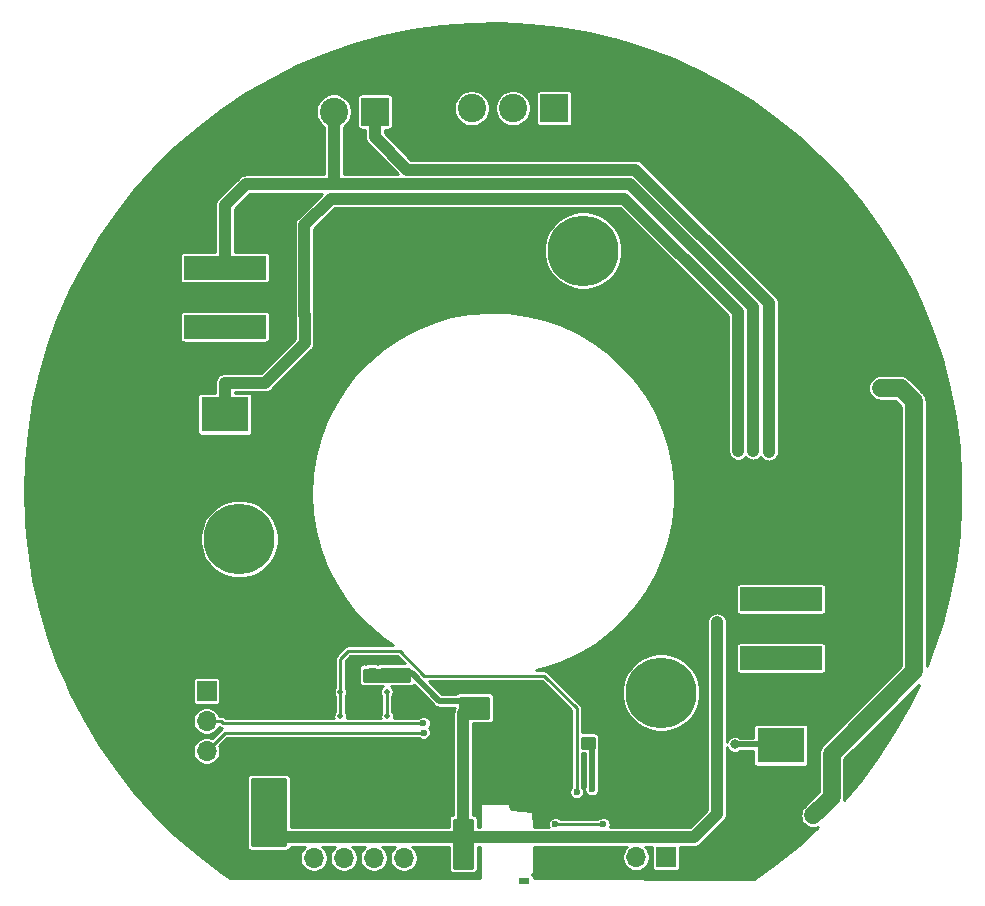
<source format=gbl>
G04 #@! TF.GenerationSoftware,KiCad,Pcbnew,(5.1.6)-1*
G04 #@! TF.CreationDate,2020-09-10T18:56:50+07:00*
G04 #@! TF.ProjectId,Kicad_Valve-hardware,4b696361-645f-4566-916c-76652d686172,rev?*
G04 #@! TF.SameCoordinates,Original*
G04 #@! TF.FileFunction,Copper,L2,Bot*
G04 #@! TF.FilePolarity,Positive*
%FSLAX46Y46*%
G04 Gerber Fmt 4.6, Leading zero omitted, Abs format (unit mm)*
G04 Created by KiCad (PCBNEW (5.1.6)-1) date 2020-09-10 18:56:50*
%MOMM*%
%LPD*%
G01*
G04 APERTURE LIST*
G04 #@! TA.AperFunction,ViaPad*
%ADD10C,0.800000*%
G04 #@! TD*
G04 #@! TA.AperFunction,ComponentPad*
%ADD11O,1.700000X1.700000*%
G04 #@! TD*
G04 #@! TA.AperFunction,ComponentPad*
%ADD12R,1.700000X1.700000*%
G04 #@! TD*
G04 #@! TA.AperFunction,ComponentPad*
%ADD13C,6.000000*%
G04 #@! TD*
G04 #@! TA.AperFunction,ComponentPad*
%ADD14R,7.000000X2.000000*%
G04 #@! TD*
G04 #@! TA.AperFunction,ComponentPad*
%ADD15R,4.000000X3.000000*%
G04 #@! TD*
G04 #@! TA.AperFunction,ComponentPad*
%ADD16C,2.400000*%
G04 #@! TD*
G04 #@! TA.AperFunction,ComponentPad*
%ADD17R,2.400000X2.400000*%
G04 #@! TD*
G04 #@! TA.AperFunction,ViaPad*
%ADD18R,0.900000X0.500000*%
G04 #@! TD*
G04 #@! TA.AperFunction,ComponentPad*
%ADD19C,0.630000*%
G04 #@! TD*
G04 #@! TA.AperFunction,Conductor*
%ADD20R,2.600000X3.300000*%
G04 #@! TD*
G04 #@! TA.AperFunction,ViaPad*
%ADD21C,0.500000*%
G04 #@! TD*
G04 #@! TA.AperFunction,ViaPad*
%ADD22C,0.600000*%
G04 #@! TD*
G04 #@! TA.AperFunction,Conductor*
%ADD23C,0.249999*%
G04 #@! TD*
G04 #@! TA.AperFunction,Conductor*
%ADD24C,1.000000*%
G04 #@! TD*
G04 #@! TA.AperFunction,Conductor*
%ADD25C,0.500000*%
G04 #@! TD*
G04 #@! TA.AperFunction,Conductor*
%ADD26C,1.500000*%
G04 #@! TD*
G04 #@! TA.AperFunction,Conductor*
%ADD27C,0.254000*%
G04 #@! TD*
G04 APERTURE END LIST*
D10*
X235951420Y-123533640D03*
X235942120Y-122342940D03*
X235951420Y-121146040D03*
X235951420Y-119942940D03*
X237151420Y-119942940D03*
X237151420Y-121146040D03*
X237142120Y-122342940D03*
X237151420Y-123533640D03*
X238351420Y-121146040D03*
X238351420Y-123533640D03*
X238342120Y-122342940D03*
X238351420Y-119942940D03*
X239542120Y-122342940D03*
X239551420Y-121146040D03*
X239551420Y-123533640D03*
X239551420Y-119942940D03*
D11*
X210732120Y-124332940D03*
X210732120Y-121792940D03*
X210732120Y-119252940D03*
D12*
X210732120Y-116712940D03*
D13*
X213506349Y-103853200D03*
X249215688Y-116849786D03*
X242617057Y-79427091D03*
D14*
X212282120Y-85882940D03*
D15*
X212282120Y-93282940D03*
D14*
X212282120Y-80882940D03*
X259352120Y-113922940D03*
D15*
X259352120Y-121322940D03*
D14*
X259352120Y-108922940D03*
D16*
X221502120Y-67652940D03*
D17*
X225002120Y-67652940D03*
D16*
X229672120Y-67372940D03*
X233172120Y-67372940D03*
X236672120Y-67372940D03*
D17*
X240172120Y-67372940D03*
D11*
X244552120Y-130782940D03*
X247092120Y-130782940D03*
D12*
X249632120Y-130782940D03*
D11*
X219812120Y-130852940D03*
X222352120Y-130852940D03*
X224892120Y-130852940D03*
X227432120Y-130852940D03*
X229972120Y-130852940D03*
D12*
X232512120Y-130852940D03*
D18*
X237592120Y-132842940D03*
D19*
X250862120Y-124442940D03*
X249562120Y-124442940D03*
X250862120Y-121842940D03*
X250862120Y-123142940D03*
X249562120Y-123142940D03*
X249562120Y-121842940D03*
D20*
X250212120Y-123142940D03*
D21*
X222062120Y-116822940D03*
X222052120Y-118858215D03*
D22*
X242072120Y-125272940D03*
D21*
X225992120Y-116772940D03*
X226032120Y-118858215D03*
D10*
X253948400Y-110894660D03*
X242062120Y-129092940D03*
X240990120Y-129189440D03*
X253948400Y-111856660D03*
X253948400Y-112889220D03*
X227212120Y-115225440D03*
D22*
X232462120Y-123682940D03*
X232462120Y-124760940D03*
X232449620Y-126342940D03*
X232462120Y-127554940D03*
X232502120Y-128276940D03*
X232502120Y-129022940D03*
X232884120Y-118242940D03*
X247474120Y-129052940D03*
X248206120Y-129082940D03*
X248968120Y-129082940D03*
X215471120Y-129051940D03*
X216202120Y-129082940D03*
X216964120Y-129082940D03*
X217980120Y-129082940D03*
X225985660Y-115235400D03*
X224647200Y-115235400D03*
X233624120Y-117756940D03*
D10*
X243332120Y-129172940D03*
D22*
X243352120Y-125012940D03*
D10*
X242832120Y-121082940D03*
X263650120Y-125684940D03*
X261872120Y-127462940D03*
X262888120Y-126446940D03*
X267577600Y-91034000D03*
X268729060Y-91034000D03*
X269873120Y-91413940D03*
X270612120Y-92202940D03*
X270612120Y-93214940D03*
X270612120Y-94230940D03*
D21*
X212844380Y-132341620D03*
X215384380Y-132341620D03*
X217924380Y-132341620D03*
X220464380Y-132341620D03*
X223004380Y-132341620D03*
X225544380Y-132341620D03*
X228084380Y-132341620D03*
X230624380Y-132341620D03*
X242054380Y-132341620D03*
X244594380Y-132341620D03*
X247134380Y-132341620D03*
X249674380Y-132341620D03*
X252214380Y-132341620D03*
X254754380Y-132341620D03*
X254754380Y-132341620D03*
X256024380Y-132341620D03*
X257294380Y-132341620D03*
X220100680Y-125023860D03*
X218160120Y-124881620D03*
X215414380Y-111546620D03*
X214144380Y-111546620D03*
X214144380Y-112816620D03*
X259834380Y-92971620D03*
X261104380Y-92971620D03*
X262374380Y-92971620D03*
X263644380Y-92971620D03*
X259834380Y-94241620D03*
X261104380Y-94241620D03*
X262374380Y-94241620D03*
X263644380Y-94241620D03*
X262374380Y-89161620D03*
X263644380Y-89161620D03*
X262374380Y-87891620D03*
X263644380Y-87891620D03*
X250134120Y-84081620D03*
X249118120Y-84081620D03*
X249118120Y-83212940D03*
X249626120Y-80271620D03*
X259199380Y-82811620D03*
X257929380Y-81541620D03*
X259199380Y-81541620D03*
X253484380Y-85986620D03*
X246499380Y-65666620D03*
X247769380Y-65666620D03*
X249039380Y-65666620D03*
X250309380Y-65666620D03*
X250309380Y-66936620D03*
X250309380Y-68206620D03*
X250309380Y-69476620D03*
X250309380Y-70746620D03*
X265549380Y-77096620D03*
X265549380Y-75826620D03*
X263644380Y-73921620D03*
X266819380Y-77096620D03*
X266819380Y-78366620D03*
X268089380Y-78366620D03*
X268089380Y-79636620D03*
X268089380Y-80906620D03*
X266819380Y-80906620D03*
X265549380Y-80906620D03*
X231072120Y-65662940D03*
X229812120Y-65652940D03*
X228642120Y-65662940D03*
X227449380Y-66301620D03*
X227449380Y-67571620D03*
X227449380Y-68841620D03*
X227449380Y-70111620D03*
X228719380Y-70111620D03*
X229989380Y-70111620D03*
X231259380Y-70111620D03*
X245864380Y-66936620D03*
X245864380Y-68206620D03*
X245864380Y-69476620D03*
X249039380Y-70746620D03*
X247769380Y-70746620D03*
X246499380Y-70746620D03*
X254330200Y-85973920D03*
X258592320Y-81567020D03*
X259204460Y-82146140D03*
X258592320Y-82146140D03*
X251277120Y-86387940D03*
X250007120Y-86387940D03*
X248737120Y-86387940D03*
X247467120Y-86387940D03*
X247467120Y-87657940D03*
X247467120Y-88927940D03*
X203906120Y-89816940D03*
X200858120Y-89816940D03*
X201874120Y-89816940D03*
X202890120Y-89816940D03*
X203906120Y-90832940D03*
X200858120Y-90832940D03*
X201874120Y-90832940D03*
X202890120Y-90832940D03*
X203906120Y-91848940D03*
X200858120Y-91848940D03*
X201874120Y-91848940D03*
X202890120Y-91848940D03*
X239602120Y-132332940D03*
X238432120Y-132332940D03*
X240822120Y-132372940D03*
X265782120Y-123122940D03*
X266392120Y-122562940D03*
X266952120Y-122042940D03*
X267512120Y-121532940D03*
D10*
X256738120Y-116740940D03*
X258008120Y-116740940D03*
X259278120Y-116740940D03*
X260548120Y-116740940D03*
X261818120Y-116740940D03*
D22*
X199842120Y-108866940D03*
X200858120Y-108866940D03*
X201874120Y-108866940D03*
X202890120Y-108866940D03*
X203906120Y-108866940D03*
X204922120Y-108866940D03*
X205938120Y-108866940D03*
X206954120Y-108866940D03*
X207970120Y-108866940D03*
X199842120Y-109882940D03*
X200858120Y-109882940D03*
X201874120Y-109882940D03*
X202890120Y-109882940D03*
X203906120Y-109882940D03*
X204922120Y-109882940D03*
X205938120Y-109882940D03*
X206954120Y-109882940D03*
X207970120Y-109882940D03*
X223464120Y-121820940D03*
X224480120Y-121820940D03*
X224480120Y-122582940D03*
X223464120Y-122582940D03*
X223464120Y-123344940D03*
X224480120Y-123344940D03*
X224480120Y-124106940D03*
X223464120Y-124106940D03*
X228544120Y-124614940D03*
X229306120Y-124614940D03*
X229306120Y-125376940D03*
X228544120Y-125376940D03*
X228544120Y-126138940D03*
X229306120Y-126138940D03*
X229306120Y-118518940D03*
X230068120Y-118518940D03*
X244292120Y-125376940D03*
X245054120Y-125376940D03*
X245054120Y-126138940D03*
X244292120Y-126138940D03*
X257246120Y-125122940D03*
X258008120Y-125122940D03*
X258770120Y-125122940D03*
X259532120Y-125122940D03*
X259532120Y-125884940D03*
X258770120Y-125884940D03*
X258008120Y-125884940D03*
X257246120Y-125884940D03*
X220670120Y-114708940D03*
X219908120Y-114708940D03*
X219908120Y-113946940D03*
X220670120Y-113946940D03*
X220670120Y-113184940D03*
X219908120Y-113184940D03*
X222702120Y-77878940D03*
X223718120Y-77878940D03*
X224734120Y-77878940D03*
X225750120Y-77878940D03*
X226766120Y-77878940D03*
X226766120Y-78894940D03*
X225750120Y-78894940D03*
X224734120Y-78894940D03*
X223718120Y-78894940D03*
X222702120Y-78894940D03*
X239720120Y-116994940D03*
X240736120Y-115724940D03*
X241498120Y-115724940D03*
X218384120Y-118518940D03*
X219146120Y-118518940D03*
X219908120Y-118518940D03*
X241132120Y-125112940D03*
X241122120Y-125782940D03*
D10*
X223210120Y-114200940D03*
X224226120Y-114200940D03*
X225242120Y-114200940D03*
D22*
X240482120Y-126392940D03*
X214828120Y-118264940D03*
X215590120Y-118264940D03*
D10*
X255472120Y-121232940D03*
X255739900Y-94068900D03*
X255739900Y-95196660D03*
X255739900Y-96415860D03*
X257022600Y-94145100D03*
X257022600Y-95229680D03*
X257022600Y-96377760D03*
D22*
X229100465Y-119433224D03*
X229122113Y-120232951D03*
X240258528Y-127992940D03*
X244307120Y-127997940D03*
D10*
X258348480Y-94162880D03*
X258348480Y-95280480D03*
X258348480Y-96459040D03*
D23*
X222062120Y-118848215D02*
X222052120Y-118858215D01*
X222062120Y-116822940D02*
X222062120Y-118848215D01*
X242072120Y-118162940D02*
X242072120Y-125272940D01*
X239322120Y-115412940D02*
X242072120Y-118162940D01*
X222062120Y-113972940D02*
X222732120Y-113302940D01*
X222732120Y-113302940D02*
X227072120Y-113302940D01*
X222062120Y-116822940D02*
X222062120Y-113972940D01*
X227072120Y-113302940D02*
X229182120Y-115412940D01*
X229182120Y-115412940D02*
X239322120Y-115412940D01*
X225992120Y-118818215D02*
X226032120Y-118858215D01*
X225992120Y-116772940D02*
X225992120Y-118818215D01*
D24*
X232462120Y-126912940D02*
X232462120Y-125992940D01*
X232462120Y-129082940D02*
X232462120Y-127554940D01*
X252016120Y-129082940D02*
X248968120Y-129082940D01*
X253948400Y-110894660D02*
X253948400Y-111856660D01*
X253948400Y-127150660D02*
X252016120Y-129082940D01*
X242972120Y-129082940D02*
X242902120Y-129082940D01*
X242902120Y-129082940D02*
X242072120Y-129082940D01*
X242072120Y-129082940D02*
X215602120Y-129082940D01*
X253948400Y-111856660D02*
X253948400Y-127150660D01*
X232462120Y-126312940D02*
X232462120Y-125522940D01*
X232462120Y-118570440D02*
X232789620Y-118242940D01*
D25*
X228104620Y-115225440D02*
X227212120Y-115225440D01*
X230432119Y-117552939D02*
X228104620Y-115225440D01*
X232789620Y-118242940D02*
X232789620Y-117767940D01*
X232574619Y-117552939D02*
X230432119Y-117552939D01*
X232789620Y-117767940D02*
X232574619Y-117552939D01*
D24*
X232462120Y-125522940D02*
X232462120Y-118570440D01*
X232462120Y-127554940D02*
X232462120Y-126912940D01*
X248206120Y-129082940D02*
X242972120Y-129082940D01*
X248968120Y-129082940D02*
X248206120Y-129082940D01*
D25*
X243352120Y-121242940D02*
X243352120Y-125012940D01*
X243302120Y-121192940D02*
X243352120Y-121242940D01*
X242926370Y-121154690D02*
X242964620Y-121192940D01*
X242964620Y-121192940D02*
X243012120Y-121192940D01*
X243012120Y-121192940D02*
X243052120Y-121192940D01*
X243052120Y-121192940D02*
X243302120Y-121192940D01*
D26*
X263650120Y-125684940D02*
X262888120Y-126446940D01*
X262888120Y-126446940D02*
X262082120Y-127252940D01*
X270612120Y-92202940D02*
X269492120Y-91082940D01*
X269492120Y-91082940D02*
X269462120Y-91052940D01*
X269462120Y-91052940D02*
X267812120Y-91052940D01*
X270612120Y-92202940D02*
X270612120Y-92202940D01*
X270612120Y-93214940D02*
X270612120Y-92202940D01*
X270612120Y-94230940D02*
X270612120Y-93214940D01*
X270612120Y-115058940D02*
X270612120Y-94230940D01*
X263650120Y-125684940D02*
X263650120Y-122020940D01*
X263650120Y-122020940D02*
X270612120Y-115058940D01*
D25*
X259262120Y-121232940D02*
X259352120Y-121322940D01*
X255472120Y-121232940D02*
X259262120Y-121232940D01*
D24*
X255739900Y-94068900D02*
X255739900Y-96415860D01*
X255701800Y-84613180D02*
X255701800Y-94030800D01*
X219022120Y-77242940D02*
X221242120Y-75022940D01*
X246111560Y-75022940D02*
X255701800Y-84613180D01*
X219022120Y-84902942D02*
X219022120Y-77242940D01*
X221242120Y-75022940D02*
X246111560Y-75022940D01*
X212282120Y-90602940D02*
X215672120Y-90602940D01*
X212282120Y-93282940D02*
X212282120Y-90602940D01*
X215672120Y-90602940D02*
X219032120Y-87242940D01*
X219032120Y-87242940D02*
X219032120Y-84912942D01*
X219032120Y-84912942D02*
X219022120Y-84902942D01*
X257022600Y-94145100D02*
X257022600Y-96377760D01*
X257022600Y-84236910D02*
X257022600Y-94145100D01*
X246588630Y-73802940D02*
X257022600Y-84236910D01*
X214052120Y-73802940D02*
X246588630Y-73802940D01*
X212282120Y-80882940D02*
X212282120Y-75572940D01*
X212282120Y-75572940D02*
X214052120Y-73802940D01*
X221802120Y-73822940D02*
X222632120Y-73822940D01*
X221502120Y-67652940D02*
X221502120Y-73522940D01*
X221502120Y-73522940D02*
X221802120Y-73822940D01*
D23*
X211934201Y-119252940D02*
X212114485Y-119433224D01*
X212114485Y-119433224D02*
X229100465Y-119433224D01*
X210732120Y-119252940D02*
X211934201Y-119252940D01*
X229122120Y-120232944D02*
X229122113Y-120232951D01*
X210732120Y-121792940D02*
X212292109Y-120232951D01*
X212292109Y-120232951D02*
X229122113Y-120232951D01*
X244302120Y-127992940D02*
X244307120Y-127997940D01*
X240258528Y-127992940D02*
X244302120Y-127992940D01*
D24*
X258348480Y-94162880D02*
X258348480Y-96459040D01*
X224497860Y-67652940D02*
X225002120Y-67652940D01*
X224282000Y-67868800D02*
X224497860Y-67652940D01*
X247049320Y-72566560D02*
X258348480Y-83865720D01*
X225002120Y-69852940D02*
X227715740Y-72566560D01*
X227715740Y-72566560D02*
X247049320Y-72566560D01*
X258348480Y-83865720D02*
X258348480Y-94063820D01*
X225002120Y-67652940D02*
X225002120Y-69852940D01*
D27*
G36*
X238111449Y-60294532D02*
G01*
X240609638Y-60573143D01*
X243085127Y-61009639D01*
X245527947Y-61602261D01*
X247928263Y-62348623D01*
X250276409Y-63245719D01*
X252562931Y-64289939D01*
X254778620Y-65477076D01*
X256914555Y-66802350D01*
X258962137Y-68260426D01*
X260913118Y-69845432D01*
X262759645Y-71550986D01*
X264494281Y-73370220D01*
X266110041Y-75295808D01*
X267600420Y-77319998D01*
X268959417Y-79434637D01*
X270181559Y-81631213D01*
X271261924Y-83900879D01*
X272196164Y-86234496D01*
X272980515Y-88622668D01*
X273611820Y-91055779D01*
X274087537Y-93524031D01*
X274405749Y-96017485D01*
X274565177Y-98526101D01*
X274565177Y-101039779D01*
X274405749Y-103548395D01*
X274087537Y-106041849D01*
X273611820Y-108510101D01*
X272980515Y-110943212D01*
X272196164Y-113331384D01*
X271689120Y-114597918D01*
X271689120Y-92255849D01*
X271694331Y-92202940D01*
X271673537Y-91991811D01*
X271611953Y-91788796D01*
X271511946Y-91601696D01*
X271377359Y-91437701D01*
X271336260Y-91403972D01*
X270261093Y-90328805D01*
X270227359Y-90287701D01*
X270063364Y-90153114D01*
X269876264Y-90053107D01*
X269673249Y-89991523D01*
X269515029Y-89975940D01*
X269515027Y-89975940D01*
X269462120Y-89970729D01*
X269409213Y-89975940D01*
X267759211Y-89975940D01*
X267600991Y-89991523D01*
X267397976Y-90053107D01*
X267210876Y-90153114D01*
X267046881Y-90287701D01*
X266912294Y-90451696D01*
X266812287Y-90638796D01*
X266750703Y-90841811D01*
X266729909Y-91052940D01*
X266750703Y-91264069D01*
X266812287Y-91467084D01*
X266912294Y-91654184D01*
X267046881Y-91818179D01*
X267210876Y-91952766D01*
X267397976Y-92052773D01*
X267600991Y-92114357D01*
X267759211Y-92129940D01*
X269016013Y-92129940D01*
X269535120Y-92649048D01*
X269535120Y-94283848D01*
X269535121Y-94283858D01*
X269535120Y-114612832D01*
X262925981Y-121221972D01*
X262884882Y-121255701D01*
X262843561Y-121306051D01*
X262750295Y-121419696D01*
X262650288Y-121606796D01*
X262588704Y-121809811D01*
X262567909Y-122020940D01*
X262573121Y-122073856D01*
X262573120Y-125238832D01*
X262163983Y-125647970D01*
X262163978Y-125647974D01*
X261283154Y-126528799D01*
X261182295Y-126651696D01*
X261082288Y-126838796D01*
X261020704Y-127041811D01*
X260999909Y-127252940D01*
X261020704Y-127464069D01*
X261082288Y-127667084D01*
X261182295Y-127854184D01*
X261316882Y-128018178D01*
X261480876Y-128152765D01*
X261667976Y-128252772D01*
X261870991Y-128314356D01*
X262082120Y-128335151D01*
X262293249Y-128314356D01*
X262496264Y-128252772D01*
X262510128Y-128245361D01*
X260913118Y-129720448D01*
X258962137Y-131305454D01*
X257107251Y-132626312D01*
X238474651Y-132586735D01*
X238442289Y-129909940D01*
X240885839Y-129909940D01*
X240918517Y-129916440D01*
X241061723Y-129916440D01*
X241094401Y-129909940D01*
X246300590Y-129909940D01*
X246177884Y-130032646D01*
X246049076Y-130225421D01*
X245960351Y-130439622D01*
X245915120Y-130667016D01*
X245915120Y-130898864D01*
X245960351Y-131126258D01*
X246049076Y-131340459D01*
X246177884Y-131533234D01*
X246341826Y-131697176D01*
X246534601Y-131825984D01*
X246748802Y-131914709D01*
X246976196Y-131959940D01*
X247208044Y-131959940D01*
X247435438Y-131914709D01*
X247649639Y-131825984D01*
X247842414Y-131697176D01*
X248006356Y-131533234D01*
X248135164Y-131340459D01*
X248223889Y-131126258D01*
X248269120Y-130898864D01*
X248269120Y-130667016D01*
X248223889Y-130439622D01*
X248135164Y-130225421D01*
X248006356Y-130032646D01*
X247883650Y-129909940D01*
X248455803Y-129909940D01*
X248453538Y-129932940D01*
X248453538Y-131632940D01*
X248459852Y-131697043D01*
X248478550Y-131758683D01*
X248508914Y-131815490D01*
X248549777Y-131865283D01*
X248599570Y-131906146D01*
X248656377Y-131936510D01*
X248718017Y-131955208D01*
X248782120Y-131961522D01*
X250482120Y-131961522D01*
X250546223Y-131955208D01*
X250607863Y-131936510D01*
X250664670Y-131906146D01*
X250714463Y-131865283D01*
X250755326Y-131815490D01*
X250785690Y-131758683D01*
X250804388Y-131697043D01*
X250810702Y-131632940D01*
X250810702Y-129932940D01*
X250808437Y-129909940D01*
X251975506Y-129909940D01*
X252016120Y-129913940D01*
X252056734Y-129909940D01*
X252056744Y-129909940D01*
X252178240Y-129897974D01*
X252334130Y-129850685D01*
X252477799Y-129773892D01*
X252603726Y-129670546D01*
X252629625Y-129638988D01*
X254504458Y-127764157D01*
X254536006Y-127738266D01*
X254561896Y-127706719D01*
X254561903Y-127706712D01*
X254639352Y-127612340D01*
X254716145Y-127468671D01*
X254744675Y-127374619D01*
X254763434Y-127312780D01*
X254775400Y-127191284D01*
X254775400Y-127191274D01*
X254779400Y-127150660D01*
X254775400Y-127110046D01*
X254775400Y-121450652D01*
X254827861Y-121577304D01*
X254907422Y-121696376D01*
X255008684Y-121797638D01*
X255127756Y-121877199D01*
X255260062Y-121932002D01*
X255400517Y-121959940D01*
X255543723Y-121959940D01*
X255684178Y-121932002D01*
X255816484Y-121877199D01*
X255917145Y-121809940D01*
X257023538Y-121809940D01*
X257023538Y-122822940D01*
X257029852Y-122887043D01*
X257048550Y-122948683D01*
X257078914Y-123005490D01*
X257119777Y-123055283D01*
X257169570Y-123096146D01*
X257226377Y-123126510D01*
X257288017Y-123145208D01*
X257352120Y-123151522D01*
X261352120Y-123151522D01*
X261416223Y-123145208D01*
X261477863Y-123126510D01*
X261534670Y-123096146D01*
X261584463Y-123055283D01*
X261625326Y-123005490D01*
X261655690Y-122948683D01*
X261674388Y-122887043D01*
X261680702Y-122822940D01*
X261680702Y-119822940D01*
X261674388Y-119758837D01*
X261655690Y-119697197D01*
X261625326Y-119640390D01*
X261584463Y-119590597D01*
X261534670Y-119549734D01*
X261477863Y-119519370D01*
X261416223Y-119500672D01*
X261352120Y-119494358D01*
X257352120Y-119494358D01*
X257288017Y-119500672D01*
X257226377Y-119519370D01*
X257169570Y-119549734D01*
X257119777Y-119590597D01*
X257078914Y-119640390D01*
X257048550Y-119697197D01*
X257029852Y-119758837D01*
X257023538Y-119822940D01*
X257023538Y-120655940D01*
X255917145Y-120655940D01*
X255816484Y-120588681D01*
X255684178Y-120533878D01*
X255543723Y-120505940D01*
X255400517Y-120505940D01*
X255260062Y-120533878D01*
X255127756Y-120588681D01*
X255008684Y-120668242D01*
X254907422Y-120769504D01*
X254827861Y-120888576D01*
X254775400Y-121015228D01*
X254775400Y-112922940D01*
X255523538Y-112922940D01*
X255523538Y-114922940D01*
X255529852Y-114987043D01*
X255548550Y-115048683D01*
X255578914Y-115105490D01*
X255619777Y-115155283D01*
X255669570Y-115196146D01*
X255726377Y-115226510D01*
X255788017Y-115245208D01*
X255852120Y-115251522D01*
X262852120Y-115251522D01*
X262916223Y-115245208D01*
X262977863Y-115226510D01*
X263034670Y-115196146D01*
X263084463Y-115155283D01*
X263125326Y-115105490D01*
X263155690Y-115048683D01*
X263174388Y-114987043D01*
X263180702Y-114922940D01*
X263180702Y-112922940D01*
X263174388Y-112858837D01*
X263155690Y-112797197D01*
X263125326Y-112740390D01*
X263084463Y-112690597D01*
X263034670Y-112649734D01*
X262977863Y-112619370D01*
X262916223Y-112600672D01*
X262852120Y-112594358D01*
X255852120Y-112594358D01*
X255788017Y-112600672D01*
X255726377Y-112619370D01*
X255669570Y-112649734D01*
X255619777Y-112690597D01*
X255578914Y-112740390D01*
X255548550Y-112797197D01*
X255529852Y-112858837D01*
X255523538Y-112922940D01*
X254775400Y-112922940D01*
X254775400Y-110854036D01*
X254763434Y-110732540D01*
X254716145Y-110576650D01*
X254639352Y-110432981D01*
X254536006Y-110307054D01*
X254410078Y-110203708D01*
X254266409Y-110126915D01*
X254110519Y-110079626D01*
X253948400Y-110063659D01*
X253786280Y-110079626D01*
X253630390Y-110126915D01*
X253486721Y-110203708D01*
X253360794Y-110307054D01*
X253257448Y-110432982D01*
X253180655Y-110576651D01*
X253133366Y-110732541D01*
X253121400Y-110854037D01*
X253121401Y-111816028D01*
X253121400Y-111816037D01*
X253121401Y-126808104D01*
X251673567Y-128255940D01*
X244878913Y-128255940D01*
X244910025Y-128180829D01*
X244934120Y-128059694D01*
X244934120Y-127936186D01*
X244910025Y-127815051D01*
X244862760Y-127700944D01*
X244794143Y-127598251D01*
X244706809Y-127510917D01*
X244604116Y-127442300D01*
X244490009Y-127395035D01*
X244368874Y-127370940D01*
X244245366Y-127370940D01*
X244124231Y-127395035D01*
X244010124Y-127442300D01*
X243907431Y-127510917D01*
X243877407Y-127540941D01*
X240693241Y-127540941D01*
X240658217Y-127505917D01*
X240555524Y-127437300D01*
X240441417Y-127390035D01*
X240320282Y-127365940D01*
X240196774Y-127365940D01*
X240075639Y-127390035D01*
X239961532Y-127437300D01*
X239858839Y-127505917D01*
X239771505Y-127593251D01*
X239702888Y-127695944D01*
X239655623Y-127810051D01*
X239631528Y-127931186D01*
X239631528Y-128054694D01*
X239655623Y-128175829D01*
X239688806Y-128255940D01*
X238422292Y-128255940D01*
X238406692Y-126965581D01*
X238405569Y-126950199D01*
X238399850Y-126925968D01*
X238389514Y-126903319D01*
X238374958Y-126883121D01*
X238356741Y-126866151D01*
X238335563Y-126853062D01*
X238312239Y-126844355D01*
X238287664Y-126840366D01*
X236485116Y-126727117D01*
X236446045Y-126344224D01*
X236437274Y-126309098D01*
X236425647Y-126287084D01*
X236409948Y-126267760D01*
X236390782Y-126251871D01*
X236368884Y-126240026D01*
X236345095Y-126232681D01*
X236320331Y-126230118D01*
X234054081Y-126218868D01*
X234028942Y-126221253D01*
X234005102Y-126228429D01*
X233983120Y-126240118D01*
X233963841Y-126255871D01*
X233948006Y-126275082D01*
X233936223Y-126297014D01*
X233928945Y-126320822D01*
X233926451Y-126345594D01*
X233922354Y-128255940D01*
X233679120Y-128255940D01*
X233679120Y-127511425D01*
X233672837Y-127447630D01*
X233654229Y-127386288D01*
X233624011Y-127329754D01*
X233583344Y-127280201D01*
X233533791Y-127239534D01*
X233477257Y-127209316D01*
X233415915Y-127190708D01*
X233352120Y-127184425D01*
X233289120Y-127184425D01*
X233289120Y-119459940D01*
X234722120Y-119459940D01*
X234785915Y-119453657D01*
X234847257Y-119435049D01*
X234903791Y-119404831D01*
X234953344Y-119364164D01*
X234994011Y-119314611D01*
X235024229Y-119258077D01*
X235042837Y-119196735D01*
X235049120Y-119132940D01*
X235049120Y-117152940D01*
X235042837Y-117089145D01*
X235024229Y-117027803D01*
X234994011Y-116971269D01*
X234953344Y-116921716D01*
X234903791Y-116881049D01*
X234847257Y-116850831D01*
X234785915Y-116832223D01*
X234722120Y-116825940D01*
X232102120Y-116825940D01*
X232038325Y-116832223D01*
X231976983Y-116850831D01*
X231920449Y-116881049D01*
X231870896Y-116921716D01*
X231830229Y-116971269D01*
X231827733Y-116975939D01*
X230671120Y-116975939D01*
X229560120Y-115864939D01*
X239134897Y-115864939D01*
X241620121Y-118350164D01*
X241620122Y-124838226D01*
X241585097Y-124873251D01*
X241516480Y-124975944D01*
X241469215Y-125090051D01*
X241445120Y-125211186D01*
X241445120Y-125334694D01*
X241469215Y-125455829D01*
X241516480Y-125569936D01*
X241585097Y-125672629D01*
X241672431Y-125759963D01*
X241775124Y-125828580D01*
X241889231Y-125875845D01*
X242010366Y-125899940D01*
X242133874Y-125899940D01*
X242255009Y-125875845D01*
X242369116Y-125828580D01*
X242471809Y-125759963D01*
X242559143Y-125672629D01*
X242627760Y-125569936D01*
X242675025Y-125455829D01*
X242699120Y-125334694D01*
X242699120Y-125211186D01*
X242675025Y-125090051D01*
X242627760Y-124975944D01*
X242559143Y-124873251D01*
X242524119Y-124838227D01*
X242524119Y-121979940D01*
X242775120Y-121979940D01*
X242775121Y-124767509D01*
X242749215Y-124830051D01*
X242725120Y-124951186D01*
X242725120Y-125074694D01*
X242749215Y-125195829D01*
X242796480Y-125309936D01*
X242865097Y-125412629D01*
X242952431Y-125499963D01*
X243055124Y-125568580D01*
X243169231Y-125615845D01*
X243290366Y-125639940D01*
X243413874Y-125639940D01*
X243535009Y-125615845D01*
X243649116Y-125568580D01*
X243751809Y-125499963D01*
X243839143Y-125412629D01*
X243907760Y-125309936D01*
X243955025Y-125195829D01*
X243979120Y-125074694D01*
X243979120Y-124951186D01*
X243955025Y-124830051D01*
X243929120Y-124767511D01*
X243929120Y-121806344D01*
X243944229Y-121778077D01*
X243962837Y-121716735D01*
X243969120Y-121652940D01*
X243969120Y-120552940D01*
X243962837Y-120489145D01*
X243944229Y-120427803D01*
X243914011Y-120371269D01*
X243873344Y-120321716D01*
X243823791Y-120281049D01*
X243767257Y-120250831D01*
X243705915Y-120232223D01*
X243642120Y-120225940D01*
X242524119Y-120225940D01*
X242524119Y-118185134D01*
X242526305Y-118162939D01*
X242524119Y-118140744D01*
X242524119Y-118140735D01*
X242517579Y-118074333D01*
X242491733Y-117989131D01*
X242449762Y-117910608D01*
X242393278Y-117841782D01*
X242376031Y-117827628D01*
X241070508Y-116522105D01*
X245888688Y-116522105D01*
X245888688Y-117177467D01*
X246016543Y-117820236D01*
X246267339Y-118425711D01*
X246631438Y-118970625D01*
X247094849Y-119434036D01*
X247639763Y-119798135D01*
X248245238Y-120048931D01*
X248888007Y-120176786D01*
X249543369Y-120176786D01*
X250186138Y-120048931D01*
X250791613Y-119798135D01*
X251336527Y-119434036D01*
X251799938Y-118970625D01*
X252164037Y-118425711D01*
X252414833Y-117820236D01*
X252542688Y-117177467D01*
X252542688Y-116522105D01*
X252414833Y-115879336D01*
X252164037Y-115273861D01*
X251799938Y-114728947D01*
X251336527Y-114265536D01*
X250791613Y-113901437D01*
X250186138Y-113650641D01*
X249543369Y-113522786D01*
X248888007Y-113522786D01*
X248245238Y-113650641D01*
X247639763Y-113901437D01*
X247094849Y-114265536D01*
X246631438Y-114728947D01*
X246267339Y-115273861D01*
X246016543Y-115879336D01*
X245888688Y-116522105D01*
X241070508Y-116522105D01*
X239657438Y-115109036D01*
X239643278Y-115091782D01*
X239574452Y-115035298D01*
X239495929Y-114993327D01*
X239410727Y-114967481D01*
X239344325Y-114960941D01*
X239344315Y-114960941D01*
X239322120Y-114958755D01*
X239299925Y-114960941D01*
X238594536Y-114960941D01*
X239306035Y-114793029D01*
X240804247Y-114271873D01*
X242240932Y-113599432D01*
X243600861Y-112782834D01*
X244869619Y-111830734D01*
X246033757Y-110753226D01*
X247080934Y-109561730D01*
X248000050Y-108268878D01*
X248195837Y-107922940D01*
X255523538Y-107922940D01*
X255523538Y-109922940D01*
X255529852Y-109987043D01*
X255548550Y-110048683D01*
X255578914Y-110105490D01*
X255619777Y-110155283D01*
X255669570Y-110196146D01*
X255726377Y-110226510D01*
X255788017Y-110245208D01*
X255852120Y-110251522D01*
X262852120Y-110251522D01*
X262916223Y-110245208D01*
X262977863Y-110226510D01*
X263034670Y-110196146D01*
X263084463Y-110155283D01*
X263125326Y-110105490D01*
X263155690Y-110048683D01*
X263174388Y-109987043D01*
X263180702Y-109922940D01*
X263180702Y-107922940D01*
X263174388Y-107858837D01*
X263155690Y-107797197D01*
X263125326Y-107740390D01*
X263084463Y-107690597D01*
X263034670Y-107649734D01*
X262977863Y-107619370D01*
X262916223Y-107600672D01*
X262852120Y-107594358D01*
X255852120Y-107594358D01*
X255788017Y-107600672D01*
X255726377Y-107619370D01*
X255669570Y-107649734D01*
X255619777Y-107690597D01*
X255578914Y-107740390D01*
X255548550Y-107797197D01*
X255529852Y-107858837D01*
X255523538Y-107922940D01*
X248195837Y-107922940D01*
X248781362Y-106888374D01*
X249416589Y-105434851D01*
X249898996Y-103923718D01*
X250223470Y-102370992D01*
X250386572Y-100793133D01*
X250386572Y-99206867D01*
X250223470Y-97629008D01*
X249898996Y-96076282D01*
X249416589Y-94565149D01*
X248781362Y-93111626D01*
X248000050Y-91731122D01*
X247080934Y-90438270D01*
X246033757Y-89246774D01*
X244869619Y-88169266D01*
X243600861Y-87217166D01*
X242240932Y-86400568D01*
X240804247Y-85728127D01*
X239306035Y-85206971D01*
X237762179Y-84842625D01*
X236189042Y-84638951D01*
X234603302Y-84598108D01*
X233021767Y-84720529D01*
X231461201Y-85004916D01*
X229938148Y-85448254D01*
X228468751Y-86045845D01*
X227068587Y-86791354D01*
X225752499Y-87676877D01*
X224534436Y-88693028D01*
X223427310Y-89829036D01*
X222442858Y-91072859D01*
X221591515Y-92411312D01*
X220882305Y-93830207D01*
X220322747Y-95314503D01*
X219918770Y-96848466D01*
X219674659Y-98415837D01*
X219593000Y-100000000D01*
X219674659Y-101584163D01*
X219918770Y-103151534D01*
X220322747Y-104685497D01*
X220882305Y-106169793D01*
X221591515Y-107588688D01*
X222442858Y-108927141D01*
X223427310Y-110170964D01*
X224534436Y-111306972D01*
X225752499Y-112323123D01*
X226536956Y-112850941D01*
X222754314Y-112850941D01*
X222732119Y-112848755D01*
X222709924Y-112850941D01*
X222709915Y-112850941D01*
X222643513Y-112857481D01*
X222558311Y-112883327D01*
X222479788Y-112925298D01*
X222410962Y-112981782D01*
X222396806Y-112999031D01*
X221758211Y-113637627D01*
X221740963Y-113651782D01*
X221684479Y-113720608D01*
X221642508Y-113799131D01*
X221616662Y-113884333D01*
X221607935Y-113972940D01*
X221610122Y-113995145D01*
X221610121Y-116460832D01*
X221550789Y-116549628D01*
X221507294Y-116654635D01*
X221485120Y-116766110D01*
X221485120Y-116879770D01*
X221507294Y-116991245D01*
X221550789Y-117096252D01*
X221610121Y-117185048D01*
X221610122Y-118484212D01*
X221603935Y-118490399D01*
X221540789Y-118584903D01*
X221497294Y-118689910D01*
X221475120Y-118801385D01*
X221475120Y-118915045D01*
X221488284Y-118981225D01*
X212301708Y-118981225D01*
X212269519Y-118949036D01*
X212255359Y-118931782D01*
X212186533Y-118875298D01*
X212108010Y-118833327D01*
X212022808Y-118807481D01*
X211956406Y-118800941D01*
X211956396Y-118800941D01*
X211934201Y-118798755D01*
X211912006Y-118800941D01*
X211818872Y-118800941D01*
X211775164Y-118695421D01*
X211646356Y-118502646D01*
X211482414Y-118338704D01*
X211289639Y-118209896D01*
X211075438Y-118121171D01*
X210848044Y-118075940D01*
X210616196Y-118075940D01*
X210388802Y-118121171D01*
X210174601Y-118209896D01*
X209981826Y-118338704D01*
X209817884Y-118502646D01*
X209689076Y-118695421D01*
X209600351Y-118909622D01*
X209555120Y-119137016D01*
X209555120Y-119368864D01*
X209600351Y-119596258D01*
X209689076Y-119810459D01*
X209817884Y-120003234D01*
X209981826Y-120167176D01*
X210174601Y-120295984D01*
X210388802Y-120384709D01*
X210616196Y-120429940D01*
X210848044Y-120429940D01*
X211075438Y-120384709D01*
X211289639Y-120295984D01*
X211482414Y-120167176D01*
X211646356Y-120003234D01*
X211775164Y-119810459D01*
X211797107Y-119757484D01*
X211862153Y-119810866D01*
X211940676Y-119852837D01*
X212015231Y-119875453D01*
X211970951Y-119911793D01*
X211956796Y-119929041D01*
X211180958Y-120704879D01*
X211075438Y-120661171D01*
X210848044Y-120615940D01*
X210616196Y-120615940D01*
X210388802Y-120661171D01*
X210174601Y-120749896D01*
X209981826Y-120878704D01*
X209817884Y-121042646D01*
X209689076Y-121235421D01*
X209600351Y-121449622D01*
X209555120Y-121677016D01*
X209555120Y-121908864D01*
X209600351Y-122136258D01*
X209689076Y-122350459D01*
X209817884Y-122543234D01*
X209981826Y-122707176D01*
X210174601Y-122835984D01*
X210388802Y-122924709D01*
X210616196Y-122969940D01*
X210848044Y-122969940D01*
X211075438Y-122924709D01*
X211289639Y-122835984D01*
X211482414Y-122707176D01*
X211646356Y-122543234D01*
X211775164Y-122350459D01*
X211863889Y-122136258D01*
X211909120Y-121908864D01*
X211909120Y-121677016D01*
X211863889Y-121449622D01*
X211820181Y-121344102D01*
X212479333Y-120684950D01*
X228687400Y-120684950D01*
X228722424Y-120719974D01*
X228825117Y-120788591D01*
X228939224Y-120835856D01*
X229060359Y-120859951D01*
X229183867Y-120859951D01*
X229305002Y-120835856D01*
X229419109Y-120788591D01*
X229521802Y-120719974D01*
X229609136Y-120632640D01*
X229677753Y-120529947D01*
X229725018Y-120415840D01*
X229749113Y-120294705D01*
X229749113Y-120171197D01*
X229725018Y-120050062D01*
X229677753Y-119935955D01*
X229609136Y-119833262D01*
X229596019Y-119820145D01*
X229656105Y-119730220D01*
X229703370Y-119616113D01*
X229727465Y-119494978D01*
X229727465Y-119371470D01*
X229703370Y-119250335D01*
X229656105Y-119136228D01*
X229587488Y-119033535D01*
X229500154Y-118946201D01*
X229397461Y-118877584D01*
X229283354Y-118830319D01*
X229162219Y-118806224D01*
X229038711Y-118806224D01*
X228917576Y-118830319D01*
X228803469Y-118877584D01*
X228700776Y-118946201D01*
X228665752Y-118981225D01*
X226595956Y-118981225D01*
X226609120Y-118915045D01*
X226609120Y-118801385D01*
X226586946Y-118689910D01*
X226543451Y-118584903D01*
X226480305Y-118490399D01*
X226444119Y-118454213D01*
X226444119Y-117135048D01*
X226503451Y-117046252D01*
X226546946Y-116941245D01*
X226569120Y-116829770D01*
X226569120Y-116716110D01*
X226546946Y-116604635D01*
X226503451Y-116499628D01*
X226440305Y-116405124D01*
X226359936Y-116324755D01*
X226331778Y-116305940D01*
X228036120Y-116305940D01*
X228099915Y-116299657D01*
X228161257Y-116281049D01*
X228217791Y-116250831D01*
X228267344Y-116210164D01*
X228270048Y-116206869D01*
X230004080Y-117940901D01*
X230022145Y-117962913D01*
X230110004Y-118035018D01*
X230210243Y-118088596D01*
X230254901Y-118102143D01*
X230319007Y-118121590D01*
X230432119Y-118132730D01*
X230460458Y-118129939D01*
X231759848Y-118129939D01*
X231694376Y-118252430D01*
X231647087Y-118408320D01*
X231631120Y-118570440D01*
X231635121Y-118611064D01*
X231635120Y-125482316D01*
X231635120Y-126353563D01*
X231635121Y-126353569D01*
X231635120Y-126872315D01*
X231635120Y-127184425D01*
X231552120Y-127184425D01*
X231488325Y-127190708D01*
X231426983Y-127209316D01*
X231370449Y-127239534D01*
X231320896Y-127280201D01*
X231280229Y-127329754D01*
X231250011Y-127386288D01*
X231231403Y-127447630D01*
X231225120Y-127511425D01*
X231225120Y-128255940D01*
X217849120Y-128255940D01*
X217849120Y-124062940D01*
X217842837Y-123999145D01*
X217824229Y-123937803D01*
X217794011Y-123881269D01*
X217753344Y-123831716D01*
X217703791Y-123791049D01*
X217647257Y-123760831D01*
X217585915Y-123742223D01*
X217522120Y-123735940D01*
X214452120Y-123735940D01*
X214388325Y-123742223D01*
X214326983Y-123760831D01*
X214270449Y-123791049D01*
X214220896Y-123831716D01*
X214180229Y-123881269D01*
X214150011Y-123937803D01*
X214131403Y-123999145D01*
X214125120Y-124062940D01*
X214125120Y-129912940D01*
X214131403Y-129976735D01*
X214150011Y-130038077D01*
X214180229Y-130094611D01*
X214220896Y-130144164D01*
X214270449Y-130184831D01*
X214326983Y-130215049D01*
X214388325Y-130233657D01*
X214452120Y-130239940D01*
X217522120Y-130239940D01*
X217585915Y-130233657D01*
X217647257Y-130215049D01*
X217703791Y-130184831D01*
X217753344Y-130144164D01*
X217794011Y-130094611D01*
X217824229Y-130038077D01*
X217842837Y-129976735D01*
X217849120Y-129912940D01*
X217849120Y-129909940D01*
X219104874Y-129909940D01*
X219061826Y-129938704D01*
X218897884Y-130102646D01*
X218769076Y-130295421D01*
X218680351Y-130509622D01*
X218635120Y-130737016D01*
X218635120Y-130968864D01*
X218680351Y-131196258D01*
X218769076Y-131410459D01*
X218897884Y-131603234D01*
X219061826Y-131767176D01*
X219254601Y-131895984D01*
X219468802Y-131984709D01*
X219696196Y-132029940D01*
X219928044Y-132029940D01*
X220155438Y-131984709D01*
X220369639Y-131895984D01*
X220562414Y-131767176D01*
X220726356Y-131603234D01*
X220855164Y-131410459D01*
X220943889Y-131196258D01*
X220989120Y-130968864D01*
X220989120Y-130737016D01*
X220943889Y-130509622D01*
X220855164Y-130295421D01*
X220726356Y-130102646D01*
X220562414Y-129938704D01*
X220519366Y-129909940D01*
X221644874Y-129909940D01*
X221601826Y-129938704D01*
X221437884Y-130102646D01*
X221309076Y-130295421D01*
X221220351Y-130509622D01*
X221175120Y-130737016D01*
X221175120Y-130968864D01*
X221220351Y-131196258D01*
X221309076Y-131410459D01*
X221437884Y-131603234D01*
X221601826Y-131767176D01*
X221794601Y-131895984D01*
X222008802Y-131984709D01*
X222236196Y-132029940D01*
X222468044Y-132029940D01*
X222695438Y-131984709D01*
X222909639Y-131895984D01*
X223102414Y-131767176D01*
X223266356Y-131603234D01*
X223395164Y-131410459D01*
X223483889Y-131196258D01*
X223529120Y-130968864D01*
X223529120Y-130737016D01*
X223483889Y-130509622D01*
X223395164Y-130295421D01*
X223266356Y-130102646D01*
X223102414Y-129938704D01*
X223059366Y-129909940D01*
X224184874Y-129909940D01*
X224141826Y-129938704D01*
X223977884Y-130102646D01*
X223849076Y-130295421D01*
X223760351Y-130509622D01*
X223715120Y-130737016D01*
X223715120Y-130968864D01*
X223760351Y-131196258D01*
X223849076Y-131410459D01*
X223977884Y-131603234D01*
X224141826Y-131767176D01*
X224334601Y-131895984D01*
X224548802Y-131984709D01*
X224776196Y-132029940D01*
X225008044Y-132029940D01*
X225235438Y-131984709D01*
X225449639Y-131895984D01*
X225642414Y-131767176D01*
X225806356Y-131603234D01*
X225935164Y-131410459D01*
X226023889Y-131196258D01*
X226069120Y-130968864D01*
X226069120Y-130737016D01*
X226023889Y-130509622D01*
X225935164Y-130295421D01*
X225806356Y-130102646D01*
X225642414Y-129938704D01*
X225599366Y-129909940D01*
X226724874Y-129909940D01*
X226681826Y-129938704D01*
X226517884Y-130102646D01*
X226389076Y-130295421D01*
X226300351Y-130509622D01*
X226255120Y-130737016D01*
X226255120Y-130968864D01*
X226300351Y-131196258D01*
X226389076Y-131410459D01*
X226517884Y-131603234D01*
X226681826Y-131767176D01*
X226874601Y-131895984D01*
X227088802Y-131984709D01*
X227316196Y-132029940D01*
X227548044Y-132029940D01*
X227775438Y-131984709D01*
X227989639Y-131895984D01*
X228182414Y-131767176D01*
X228346356Y-131603234D01*
X228475164Y-131410459D01*
X228563889Y-131196258D01*
X228609120Y-130968864D01*
X228609120Y-130737016D01*
X228563889Y-130509622D01*
X228475164Y-130295421D01*
X228346356Y-130102646D01*
X228182414Y-129938704D01*
X228139366Y-129909940D01*
X231225120Y-129909940D01*
X231225120Y-131791425D01*
X231231403Y-131855220D01*
X231250011Y-131916562D01*
X231280229Y-131973096D01*
X231320896Y-132022649D01*
X231370449Y-132063316D01*
X231426983Y-132093534D01*
X231488325Y-132112142D01*
X231552120Y-132118425D01*
X233352120Y-132118425D01*
X233415915Y-132112142D01*
X233477257Y-132093534D01*
X233533791Y-132063316D01*
X233583344Y-132022649D01*
X233624011Y-131973096D01*
X233654229Y-131916562D01*
X233672837Y-131855220D01*
X233679120Y-131791425D01*
X233679120Y-131784410D01*
X233684388Y-131767043D01*
X233690702Y-131702940D01*
X233690702Y-130002940D01*
X233684388Y-129938837D01*
X233679120Y-129921470D01*
X233679120Y-129909940D01*
X233918807Y-129909940D01*
X233913087Y-132577045D01*
X212717726Y-132532025D01*
X211994326Y-132050737D01*
X209994037Y-130528430D01*
X208094327Y-128882321D01*
X206302844Y-127119040D01*
X204626801Y-125245686D01*
X203072949Y-123269802D01*
X201647544Y-121199345D01*
X200356325Y-119042651D01*
X199204491Y-116808406D01*
X198790713Y-115862940D01*
X209553538Y-115862940D01*
X209553538Y-117562940D01*
X209559852Y-117627043D01*
X209578550Y-117688683D01*
X209608914Y-117745490D01*
X209649777Y-117795283D01*
X209699570Y-117836146D01*
X209756377Y-117866510D01*
X209818017Y-117885208D01*
X209882120Y-117891522D01*
X211582120Y-117891522D01*
X211646223Y-117885208D01*
X211707863Y-117866510D01*
X211764670Y-117836146D01*
X211814463Y-117795283D01*
X211855326Y-117745490D01*
X211885690Y-117688683D01*
X211904388Y-117627043D01*
X211910702Y-117562940D01*
X211910702Y-115862940D01*
X211904388Y-115798837D01*
X211885690Y-115737197D01*
X211855326Y-115680390D01*
X211814463Y-115630597D01*
X211764670Y-115589734D01*
X211707863Y-115559370D01*
X211646223Y-115540672D01*
X211582120Y-115534358D01*
X209882120Y-115534358D01*
X209818017Y-115540672D01*
X209756377Y-115559370D01*
X209699570Y-115589734D01*
X209649777Y-115630597D01*
X209608914Y-115680390D01*
X209578550Y-115737197D01*
X209559852Y-115798837D01*
X209553538Y-115862940D01*
X198790713Y-115862940D01*
X198196681Y-114505605D01*
X197336953Y-112143521D01*
X196628768Y-109731665D01*
X196074979Y-107279750D01*
X195677814Y-104797647D01*
X195556341Y-103525519D01*
X210179349Y-103525519D01*
X210179349Y-104180881D01*
X210307204Y-104823650D01*
X210558000Y-105429125D01*
X210922099Y-105974039D01*
X211385510Y-106437450D01*
X211930424Y-106801549D01*
X212535899Y-107052345D01*
X213178668Y-107180200D01*
X213834030Y-107180200D01*
X214476799Y-107052345D01*
X215082274Y-106801549D01*
X215627188Y-106437450D01*
X216090599Y-105974039D01*
X216454698Y-105429125D01*
X216705494Y-104823650D01*
X216833349Y-104180881D01*
X216833349Y-103525519D01*
X216705494Y-102882750D01*
X216454698Y-102277275D01*
X216090599Y-101732361D01*
X215627188Y-101268950D01*
X215082274Y-100904851D01*
X214476799Y-100654055D01*
X213834030Y-100526200D01*
X213178668Y-100526200D01*
X212535899Y-100654055D01*
X211930424Y-100904851D01*
X211385510Y-101268950D01*
X210922099Y-101732361D01*
X210558000Y-102277275D01*
X210307204Y-102882750D01*
X210179349Y-103525519D01*
X195556341Y-103525519D01*
X195438874Y-102295352D01*
X195359120Y-99782940D01*
X195438874Y-97270528D01*
X195677814Y-94768233D01*
X196074979Y-92286130D01*
X196628768Y-89834215D01*
X197336953Y-87422359D01*
X198196681Y-85060275D01*
X198274290Y-84882940D01*
X208453538Y-84882940D01*
X208453538Y-86882940D01*
X208459852Y-86947043D01*
X208478550Y-87008683D01*
X208508914Y-87065490D01*
X208549777Y-87115283D01*
X208599570Y-87156146D01*
X208656377Y-87186510D01*
X208718017Y-87205208D01*
X208782120Y-87211522D01*
X215782120Y-87211522D01*
X215846223Y-87205208D01*
X215907863Y-87186510D01*
X215964670Y-87156146D01*
X216014463Y-87115283D01*
X216055326Y-87065490D01*
X216085690Y-87008683D01*
X216104388Y-86947043D01*
X216110702Y-86882940D01*
X216110702Y-84882940D01*
X216104388Y-84818837D01*
X216085690Y-84757197D01*
X216055326Y-84700390D01*
X216014463Y-84650597D01*
X215964670Y-84609734D01*
X215907863Y-84579370D01*
X215846223Y-84560672D01*
X215782120Y-84554358D01*
X208782120Y-84554358D01*
X208718017Y-84560672D01*
X208656377Y-84579370D01*
X208599570Y-84609734D01*
X208549777Y-84650597D01*
X208508914Y-84700390D01*
X208478550Y-84757197D01*
X208459852Y-84818837D01*
X208453538Y-84882940D01*
X198274290Y-84882940D01*
X199204491Y-82757474D01*
X200356325Y-80523229D01*
X200739667Y-79882940D01*
X208453538Y-79882940D01*
X208453538Y-81882940D01*
X208459852Y-81947043D01*
X208478550Y-82008683D01*
X208508914Y-82065490D01*
X208549777Y-82115283D01*
X208599570Y-82156146D01*
X208656377Y-82186510D01*
X208718017Y-82205208D01*
X208782120Y-82211522D01*
X215782120Y-82211522D01*
X215846223Y-82205208D01*
X215907863Y-82186510D01*
X215964670Y-82156146D01*
X216014463Y-82115283D01*
X216055326Y-82065490D01*
X216085690Y-82008683D01*
X216104388Y-81947043D01*
X216110702Y-81882940D01*
X216110702Y-79882940D01*
X216104388Y-79818837D01*
X216085690Y-79757197D01*
X216055326Y-79700390D01*
X216014463Y-79650597D01*
X215964670Y-79609734D01*
X215907863Y-79579370D01*
X215846223Y-79560672D01*
X215782120Y-79554358D01*
X213109120Y-79554358D01*
X213109120Y-75915493D01*
X214394674Y-74629940D01*
X220465566Y-74629940D01*
X218466068Y-76629439D01*
X218434515Y-76655334D01*
X218408620Y-76686887D01*
X218408618Y-76686889D01*
X218331168Y-76781261D01*
X218254376Y-76924930D01*
X218207087Y-77080820D01*
X218191120Y-77242940D01*
X218195121Y-77283564D01*
X218195120Y-84862328D01*
X218191120Y-84902942D01*
X218195120Y-84943556D01*
X218195120Y-84943565D01*
X218205121Y-85045109D01*
X218205120Y-86900385D01*
X215329567Y-89775940D01*
X212322744Y-89775940D01*
X212282120Y-89771939D01*
X212241496Y-89775940D01*
X212120000Y-89787906D01*
X211964110Y-89835195D01*
X211820441Y-89911988D01*
X211694514Y-90015334D01*
X211591168Y-90141261D01*
X211514375Y-90284930D01*
X211467086Y-90440820D01*
X211451119Y-90602940D01*
X211455121Y-90643574D01*
X211455121Y-91454358D01*
X210282120Y-91454358D01*
X210218017Y-91460672D01*
X210156377Y-91479370D01*
X210099570Y-91509734D01*
X210049777Y-91550597D01*
X210008914Y-91600390D01*
X209978550Y-91657197D01*
X209959852Y-91718837D01*
X209953538Y-91782940D01*
X209953538Y-94782940D01*
X209959852Y-94847043D01*
X209978550Y-94908683D01*
X210008914Y-94965490D01*
X210049777Y-95015283D01*
X210099570Y-95056146D01*
X210156377Y-95086510D01*
X210218017Y-95105208D01*
X210282120Y-95111522D01*
X214282120Y-95111522D01*
X214346223Y-95105208D01*
X214407863Y-95086510D01*
X214464670Y-95056146D01*
X214514463Y-95015283D01*
X214555326Y-94965490D01*
X214585690Y-94908683D01*
X214604388Y-94847043D01*
X214610702Y-94782940D01*
X214610702Y-91782940D01*
X214604388Y-91718837D01*
X214585690Y-91657197D01*
X214555326Y-91600390D01*
X214514463Y-91550597D01*
X214464670Y-91509734D01*
X214407863Y-91479370D01*
X214346223Y-91460672D01*
X214282120Y-91454358D01*
X213109120Y-91454358D01*
X213109120Y-91429940D01*
X215631506Y-91429940D01*
X215672120Y-91433940D01*
X215712734Y-91429940D01*
X215712744Y-91429940D01*
X215834240Y-91417974D01*
X215990130Y-91370685D01*
X216133799Y-91293892D01*
X216259726Y-91190546D01*
X216285625Y-91158988D01*
X219588180Y-87856435D01*
X219619726Y-87830546D01*
X219645616Y-87798999D01*
X219645623Y-87798992D01*
X219723072Y-87704620D01*
X219799865Y-87560951D01*
X219841906Y-87422359D01*
X219847154Y-87405060D01*
X219859120Y-87283564D01*
X219859120Y-87283554D01*
X219863120Y-87242940D01*
X219859120Y-87202326D01*
X219859120Y-84953555D01*
X219863120Y-84912941D01*
X219859120Y-84872327D01*
X219859120Y-84872318D01*
X219849120Y-84770784D01*
X219849120Y-79099410D01*
X239290057Y-79099410D01*
X239290057Y-79754772D01*
X239417912Y-80397541D01*
X239668708Y-81003016D01*
X240032807Y-81547930D01*
X240496218Y-82011341D01*
X241041132Y-82375440D01*
X241646607Y-82626236D01*
X242289376Y-82754091D01*
X242944738Y-82754091D01*
X243587507Y-82626236D01*
X244192982Y-82375440D01*
X244737896Y-82011341D01*
X245201307Y-81547930D01*
X245565406Y-81003016D01*
X245816202Y-80397541D01*
X245944057Y-79754772D01*
X245944057Y-79099410D01*
X245816202Y-78456641D01*
X245565406Y-77851166D01*
X245201307Y-77306252D01*
X244737896Y-76842841D01*
X244192982Y-76478742D01*
X243587507Y-76227946D01*
X242944738Y-76100091D01*
X242289376Y-76100091D01*
X241646607Y-76227946D01*
X241041132Y-76478742D01*
X240496218Y-76842841D01*
X240032807Y-77306252D01*
X239668708Y-77851166D01*
X239417912Y-78456641D01*
X239290057Y-79099410D01*
X219849120Y-79099410D01*
X219849120Y-77585493D01*
X221584674Y-75849940D01*
X245769007Y-75849940D01*
X254874800Y-84955735D01*
X254874801Y-94071424D01*
X254886767Y-94192920D01*
X254912900Y-94279069D01*
X254912901Y-96456484D01*
X254924867Y-96577980D01*
X254972156Y-96733870D01*
X255048949Y-96877539D01*
X255152295Y-97003466D01*
X255278222Y-97106812D01*
X255421891Y-97183605D01*
X255577781Y-97230894D01*
X255739900Y-97246861D01*
X255902020Y-97230894D01*
X256057910Y-97183605D01*
X256201579Y-97106812D01*
X256327506Y-97003466D01*
X256396884Y-96918928D01*
X256434995Y-96965366D01*
X256560922Y-97068712D01*
X256704591Y-97145505D01*
X256860481Y-97192794D01*
X257022600Y-97208761D01*
X257184720Y-97192794D01*
X257340610Y-97145505D01*
X257484279Y-97068712D01*
X257610206Y-96965366D01*
X257653316Y-96912837D01*
X257657529Y-96920719D01*
X257760875Y-97046646D01*
X257886802Y-97149992D01*
X258030471Y-97226785D01*
X258186361Y-97274074D01*
X258348480Y-97290041D01*
X258510600Y-97274074D01*
X258666490Y-97226785D01*
X258810159Y-97149992D01*
X258936086Y-97046646D01*
X259039432Y-96920719D01*
X259116225Y-96777050D01*
X259163514Y-96621160D01*
X259175480Y-96499664D01*
X259175480Y-94122256D01*
X259174603Y-94113350D01*
X259175480Y-94104444D01*
X259175480Y-83906330D01*
X259179480Y-83865719D01*
X259175480Y-83825108D01*
X259175480Y-83825096D01*
X259163514Y-83703600D01*
X259116225Y-83547710D01*
X259048965Y-83421876D01*
X259039431Y-83404039D01*
X258961982Y-83309667D01*
X258961976Y-83309661D01*
X258936086Y-83278114D01*
X258904540Y-83252225D01*
X247662825Y-72010512D01*
X247636926Y-71978954D01*
X247510999Y-71875608D01*
X247367330Y-71798815D01*
X247211440Y-71751526D01*
X247089944Y-71739560D01*
X247089934Y-71739560D01*
X247049320Y-71735560D01*
X247008706Y-71739560D01*
X228058294Y-71739560D01*
X225829120Y-69510387D01*
X225829120Y-69181522D01*
X226202120Y-69181522D01*
X226266223Y-69175208D01*
X226327863Y-69156510D01*
X226384670Y-69126146D01*
X226434463Y-69085283D01*
X226475326Y-69035490D01*
X226505690Y-68978683D01*
X226524388Y-68917043D01*
X226530702Y-68852940D01*
X226530702Y-67222544D01*
X231645120Y-67222544D01*
X231645120Y-67523336D01*
X231703801Y-67818350D01*
X231818910Y-68096246D01*
X231986021Y-68346346D01*
X232198714Y-68559039D01*
X232448814Y-68726150D01*
X232726710Y-68841259D01*
X233021724Y-68899940D01*
X233322516Y-68899940D01*
X233617530Y-68841259D01*
X233895426Y-68726150D01*
X234145526Y-68559039D01*
X234358219Y-68346346D01*
X234525330Y-68096246D01*
X234640439Y-67818350D01*
X234699120Y-67523336D01*
X234699120Y-67222544D01*
X235145120Y-67222544D01*
X235145120Y-67523336D01*
X235203801Y-67818350D01*
X235318910Y-68096246D01*
X235486021Y-68346346D01*
X235698714Y-68559039D01*
X235948814Y-68726150D01*
X236226710Y-68841259D01*
X236521724Y-68899940D01*
X236822516Y-68899940D01*
X237117530Y-68841259D01*
X237395426Y-68726150D01*
X237645526Y-68559039D01*
X237858219Y-68346346D01*
X238025330Y-68096246D01*
X238140439Y-67818350D01*
X238199120Y-67523336D01*
X238199120Y-67222544D01*
X238140439Y-66927530D01*
X238025330Y-66649634D01*
X237858219Y-66399534D01*
X237645526Y-66186841D01*
X237624722Y-66172940D01*
X238643538Y-66172940D01*
X238643538Y-68572940D01*
X238649852Y-68637043D01*
X238668550Y-68698683D01*
X238698914Y-68755490D01*
X238739777Y-68805283D01*
X238789570Y-68846146D01*
X238846377Y-68876510D01*
X238908017Y-68895208D01*
X238972120Y-68901522D01*
X241372120Y-68901522D01*
X241436223Y-68895208D01*
X241497863Y-68876510D01*
X241554670Y-68846146D01*
X241604463Y-68805283D01*
X241645326Y-68755490D01*
X241675690Y-68698683D01*
X241694388Y-68637043D01*
X241700702Y-68572940D01*
X241700702Y-66172940D01*
X241694388Y-66108837D01*
X241675690Y-66047197D01*
X241645326Y-65990390D01*
X241604463Y-65940597D01*
X241554670Y-65899734D01*
X241497863Y-65869370D01*
X241436223Y-65850672D01*
X241372120Y-65844358D01*
X238972120Y-65844358D01*
X238908017Y-65850672D01*
X238846377Y-65869370D01*
X238789570Y-65899734D01*
X238739777Y-65940597D01*
X238698914Y-65990390D01*
X238668550Y-66047197D01*
X238649852Y-66108837D01*
X238643538Y-66172940D01*
X237624722Y-66172940D01*
X237395426Y-66019730D01*
X237117530Y-65904621D01*
X236822516Y-65845940D01*
X236521724Y-65845940D01*
X236226710Y-65904621D01*
X235948814Y-66019730D01*
X235698714Y-66186841D01*
X235486021Y-66399534D01*
X235318910Y-66649634D01*
X235203801Y-66927530D01*
X235145120Y-67222544D01*
X234699120Y-67222544D01*
X234640439Y-66927530D01*
X234525330Y-66649634D01*
X234358219Y-66399534D01*
X234145526Y-66186841D01*
X233895426Y-66019730D01*
X233617530Y-65904621D01*
X233322516Y-65845940D01*
X233021724Y-65845940D01*
X232726710Y-65904621D01*
X232448814Y-66019730D01*
X232198714Y-66186841D01*
X231986021Y-66399534D01*
X231818910Y-66649634D01*
X231703801Y-66927530D01*
X231645120Y-67222544D01*
X226530702Y-67222544D01*
X226530702Y-66452940D01*
X226524388Y-66388837D01*
X226505690Y-66327197D01*
X226475326Y-66270390D01*
X226434463Y-66220597D01*
X226384670Y-66179734D01*
X226327863Y-66149370D01*
X226266223Y-66130672D01*
X226202120Y-66124358D01*
X223802120Y-66124358D01*
X223738017Y-66130672D01*
X223676377Y-66149370D01*
X223619570Y-66179734D01*
X223569777Y-66220597D01*
X223528914Y-66270390D01*
X223498550Y-66327197D01*
X223479852Y-66388837D01*
X223473538Y-66452940D01*
X223473538Y-67685018D01*
X223466967Y-67706680D01*
X223451000Y-67868800D01*
X223466967Y-68030920D01*
X223473538Y-68052582D01*
X223473538Y-68852940D01*
X223479852Y-68917043D01*
X223498550Y-68978683D01*
X223528914Y-69035490D01*
X223569777Y-69085283D01*
X223619570Y-69126146D01*
X223676377Y-69156510D01*
X223738017Y-69175208D01*
X223802120Y-69181522D01*
X224175121Y-69181522D01*
X224175121Y-69812316D01*
X224171120Y-69852940D01*
X224187087Y-70015060D01*
X224234376Y-70170950D01*
X224311168Y-70314619D01*
X224388618Y-70408991D01*
X224414515Y-70440546D01*
X224446068Y-70466441D01*
X226955566Y-72975940D01*
X222329120Y-72975940D01*
X222329120Y-68936864D01*
X222475526Y-68839039D01*
X222688219Y-68626346D01*
X222855330Y-68376246D01*
X222970439Y-68098350D01*
X223029120Y-67803336D01*
X223029120Y-67502544D01*
X222970439Y-67207530D01*
X222855330Y-66929634D01*
X222688219Y-66679534D01*
X222475526Y-66466841D01*
X222225426Y-66299730D01*
X221947530Y-66184621D01*
X221652516Y-66125940D01*
X221351724Y-66125940D01*
X221056710Y-66184621D01*
X220778814Y-66299730D01*
X220528714Y-66466841D01*
X220316021Y-66679534D01*
X220148910Y-66929634D01*
X220033801Y-67207530D01*
X219975120Y-67502544D01*
X219975120Y-67803336D01*
X220033801Y-68098350D01*
X220148910Y-68376246D01*
X220316021Y-68626346D01*
X220528714Y-68839039D01*
X220675120Y-68936864D01*
X220675121Y-72975940D01*
X214092733Y-72975940D01*
X214052119Y-72971940D01*
X214011505Y-72975940D01*
X214011496Y-72975940D01*
X213890000Y-72987906D01*
X213734110Y-73035195D01*
X213696693Y-73055195D01*
X213590440Y-73111988D01*
X213539047Y-73154166D01*
X213464514Y-73215334D01*
X213438619Y-73246887D01*
X211726068Y-74959439D01*
X211694515Y-74985334D01*
X211668620Y-75016887D01*
X211668618Y-75016889D01*
X211591168Y-75111261D01*
X211514376Y-75254930D01*
X211467087Y-75410820D01*
X211451120Y-75572940D01*
X211455121Y-75613564D01*
X211455120Y-79554358D01*
X208782120Y-79554358D01*
X208718017Y-79560672D01*
X208656377Y-79579370D01*
X208599570Y-79609734D01*
X208549777Y-79650597D01*
X208508914Y-79700390D01*
X208478550Y-79757197D01*
X208459852Y-79818837D01*
X208453538Y-79882940D01*
X200739667Y-79882940D01*
X201647544Y-78366535D01*
X203072949Y-76296078D01*
X204626801Y-74320194D01*
X206302844Y-72446840D01*
X208094327Y-70683559D01*
X209994037Y-69037450D01*
X211994326Y-67515143D01*
X214087138Y-66122767D01*
X216264046Y-64865928D01*
X218516285Y-63749688D01*
X220834786Y-62778541D01*
X223210213Y-61956398D01*
X225633001Y-61286568D01*
X228093395Y-60771750D01*
X230581486Y-60414017D01*
X233087258Y-60214808D01*
X235600618Y-60174926D01*
X238111449Y-60294532D01*
G37*
X238111449Y-60294532D02*
X240609638Y-60573143D01*
X243085127Y-61009639D01*
X245527947Y-61602261D01*
X247928263Y-62348623D01*
X250276409Y-63245719D01*
X252562931Y-64289939D01*
X254778620Y-65477076D01*
X256914555Y-66802350D01*
X258962137Y-68260426D01*
X260913118Y-69845432D01*
X262759645Y-71550986D01*
X264494281Y-73370220D01*
X266110041Y-75295808D01*
X267600420Y-77319998D01*
X268959417Y-79434637D01*
X270181559Y-81631213D01*
X271261924Y-83900879D01*
X272196164Y-86234496D01*
X272980515Y-88622668D01*
X273611820Y-91055779D01*
X274087537Y-93524031D01*
X274405749Y-96017485D01*
X274565177Y-98526101D01*
X274565177Y-101039779D01*
X274405749Y-103548395D01*
X274087537Y-106041849D01*
X273611820Y-108510101D01*
X272980515Y-110943212D01*
X272196164Y-113331384D01*
X271689120Y-114597918D01*
X271689120Y-92255849D01*
X271694331Y-92202940D01*
X271673537Y-91991811D01*
X271611953Y-91788796D01*
X271511946Y-91601696D01*
X271377359Y-91437701D01*
X271336260Y-91403972D01*
X270261093Y-90328805D01*
X270227359Y-90287701D01*
X270063364Y-90153114D01*
X269876264Y-90053107D01*
X269673249Y-89991523D01*
X269515029Y-89975940D01*
X269515027Y-89975940D01*
X269462120Y-89970729D01*
X269409213Y-89975940D01*
X267759211Y-89975940D01*
X267600991Y-89991523D01*
X267397976Y-90053107D01*
X267210876Y-90153114D01*
X267046881Y-90287701D01*
X266912294Y-90451696D01*
X266812287Y-90638796D01*
X266750703Y-90841811D01*
X266729909Y-91052940D01*
X266750703Y-91264069D01*
X266812287Y-91467084D01*
X266912294Y-91654184D01*
X267046881Y-91818179D01*
X267210876Y-91952766D01*
X267397976Y-92052773D01*
X267600991Y-92114357D01*
X267759211Y-92129940D01*
X269016013Y-92129940D01*
X269535120Y-92649048D01*
X269535120Y-94283848D01*
X269535121Y-94283858D01*
X269535120Y-114612832D01*
X262925981Y-121221972D01*
X262884882Y-121255701D01*
X262843561Y-121306051D01*
X262750295Y-121419696D01*
X262650288Y-121606796D01*
X262588704Y-121809811D01*
X262567909Y-122020940D01*
X262573121Y-122073856D01*
X262573120Y-125238832D01*
X262163983Y-125647970D01*
X262163978Y-125647974D01*
X261283154Y-126528799D01*
X261182295Y-126651696D01*
X261082288Y-126838796D01*
X261020704Y-127041811D01*
X260999909Y-127252940D01*
X261020704Y-127464069D01*
X261082288Y-127667084D01*
X261182295Y-127854184D01*
X261316882Y-128018178D01*
X261480876Y-128152765D01*
X261667976Y-128252772D01*
X261870991Y-128314356D01*
X262082120Y-128335151D01*
X262293249Y-128314356D01*
X262496264Y-128252772D01*
X262510128Y-128245361D01*
X260913118Y-129720448D01*
X258962137Y-131305454D01*
X257107251Y-132626312D01*
X238474651Y-132586735D01*
X238442289Y-129909940D01*
X240885839Y-129909940D01*
X240918517Y-129916440D01*
X241061723Y-129916440D01*
X241094401Y-129909940D01*
X246300590Y-129909940D01*
X246177884Y-130032646D01*
X246049076Y-130225421D01*
X245960351Y-130439622D01*
X245915120Y-130667016D01*
X245915120Y-130898864D01*
X245960351Y-131126258D01*
X246049076Y-131340459D01*
X246177884Y-131533234D01*
X246341826Y-131697176D01*
X246534601Y-131825984D01*
X246748802Y-131914709D01*
X246976196Y-131959940D01*
X247208044Y-131959940D01*
X247435438Y-131914709D01*
X247649639Y-131825984D01*
X247842414Y-131697176D01*
X248006356Y-131533234D01*
X248135164Y-131340459D01*
X248223889Y-131126258D01*
X248269120Y-130898864D01*
X248269120Y-130667016D01*
X248223889Y-130439622D01*
X248135164Y-130225421D01*
X248006356Y-130032646D01*
X247883650Y-129909940D01*
X248455803Y-129909940D01*
X248453538Y-129932940D01*
X248453538Y-131632940D01*
X248459852Y-131697043D01*
X248478550Y-131758683D01*
X248508914Y-131815490D01*
X248549777Y-131865283D01*
X248599570Y-131906146D01*
X248656377Y-131936510D01*
X248718017Y-131955208D01*
X248782120Y-131961522D01*
X250482120Y-131961522D01*
X250546223Y-131955208D01*
X250607863Y-131936510D01*
X250664670Y-131906146D01*
X250714463Y-131865283D01*
X250755326Y-131815490D01*
X250785690Y-131758683D01*
X250804388Y-131697043D01*
X250810702Y-131632940D01*
X250810702Y-129932940D01*
X250808437Y-129909940D01*
X251975506Y-129909940D01*
X252016120Y-129913940D01*
X252056734Y-129909940D01*
X252056744Y-129909940D01*
X252178240Y-129897974D01*
X252334130Y-129850685D01*
X252477799Y-129773892D01*
X252603726Y-129670546D01*
X252629625Y-129638988D01*
X254504458Y-127764157D01*
X254536006Y-127738266D01*
X254561896Y-127706719D01*
X254561903Y-127706712D01*
X254639352Y-127612340D01*
X254716145Y-127468671D01*
X254744675Y-127374619D01*
X254763434Y-127312780D01*
X254775400Y-127191284D01*
X254775400Y-127191274D01*
X254779400Y-127150660D01*
X254775400Y-127110046D01*
X254775400Y-121450652D01*
X254827861Y-121577304D01*
X254907422Y-121696376D01*
X255008684Y-121797638D01*
X255127756Y-121877199D01*
X255260062Y-121932002D01*
X255400517Y-121959940D01*
X255543723Y-121959940D01*
X255684178Y-121932002D01*
X255816484Y-121877199D01*
X255917145Y-121809940D01*
X257023538Y-121809940D01*
X257023538Y-122822940D01*
X257029852Y-122887043D01*
X257048550Y-122948683D01*
X257078914Y-123005490D01*
X257119777Y-123055283D01*
X257169570Y-123096146D01*
X257226377Y-123126510D01*
X257288017Y-123145208D01*
X257352120Y-123151522D01*
X261352120Y-123151522D01*
X261416223Y-123145208D01*
X261477863Y-123126510D01*
X261534670Y-123096146D01*
X261584463Y-123055283D01*
X261625326Y-123005490D01*
X261655690Y-122948683D01*
X261674388Y-122887043D01*
X261680702Y-122822940D01*
X261680702Y-119822940D01*
X261674388Y-119758837D01*
X261655690Y-119697197D01*
X261625326Y-119640390D01*
X261584463Y-119590597D01*
X261534670Y-119549734D01*
X261477863Y-119519370D01*
X261416223Y-119500672D01*
X261352120Y-119494358D01*
X257352120Y-119494358D01*
X257288017Y-119500672D01*
X257226377Y-119519370D01*
X257169570Y-119549734D01*
X257119777Y-119590597D01*
X257078914Y-119640390D01*
X257048550Y-119697197D01*
X257029852Y-119758837D01*
X257023538Y-119822940D01*
X257023538Y-120655940D01*
X255917145Y-120655940D01*
X255816484Y-120588681D01*
X255684178Y-120533878D01*
X255543723Y-120505940D01*
X255400517Y-120505940D01*
X255260062Y-120533878D01*
X255127756Y-120588681D01*
X255008684Y-120668242D01*
X254907422Y-120769504D01*
X254827861Y-120888576D01*
X254775400Y-121015228D01*
X254775400Y-112922940D01*
X255523538Y-112922940D01*
X255523538Y-114922940D01*
X255529852Y-114987043D01*
X255548550Y-115048683D01*
X255578914Y-115105490D01*
X255619777Y-115155283D01*
X255669570Y-115196146D01*
X255726377Y-115226510D01*
X255788017Y-115245208D01*
X255852120Y-115251522D01*
X262852120Y-115251522D01*
X262916223Y-115245208D01*
X262977863Y-115226510D01*
X263034670Y-115196146D01*
X263084463Y-115155283D01*
X263125326Y-115105490D01*
X263155690Y-115048683D01*
X263174388Y-114987043D01*
X263180702Y-114922940D01*
X263180702Y-112922940D01*
X263174388Y-112858837D01*
X263155690Y-112797197D01*
X263125326Y-112740390D01*
X263084463Y-112690597D01*
X263034670Y-112649734D01*
X262977863Y-112619370D01*
X262916223Y-112600672D01*
X262852120Y-112594358D01*
X255852120Y-112594358D01*
X255788017Y-112600672D01*
X255726377Y-112619370D01*
X255669570Y-112649734D01*
X255619777Y-112690597D01*
X255578914Y-112740390D01*
X255548550Y-112797197D01*
X255529852Y-112858837D01*
X255523538Y-112922940D01*
X254775400Y-112922940D01*
X254775400Y-110854036D01*
X254763434Y-110732540D01*
X254716145Y-110576650D01*
X254639352Y-110432981D01*
X254536006Y-110307054D01*
X254410078Y-110203708D01*
X254266409Y-110126915D01*
X254110519Y-110079626D01*
X253948400Y-110063659D01*
X253786280Y-110079626D01*
X253630390Y-110126915D01*
X253486721Y-110203708D01*
X253360794Y-110307054D01*
X253257448Y-110432982D01*
X253180655Y-110576651D01*
X253133366Y-110732541D01*
X253121400Y-110854037D01*
X253121401Y-111816028D01*
X253121400Y-111816037D01*
X253121401Y-126808104D01*
X251673567Y-128255940D01*
X244878913Y-128255940D01*
X244910025Y-128180829D01*
X244934120Y-128059694D01*
X244934120Y-127936186D01*
X244910025Y-127815051D01*
X244862760Y-127700944D01*
X244794143Y-127598251D01*
X244706809Y-127510917D01*
X244604116Y-127442300D01*
X244490009Y-127395035D01*
X244368874Y-127370940D01*
X244245366Y-127370940D01*
X244124231Y-127395035D01*
X244010124Y-127442300D01*
X243907431Y-127510917D01*
X243877407Y-127540941D01*
X240693241Y-127540941D01*
X240658217Y-127505917D01*
X240555524Y-127437300D01*
X240441417Y-127390035D01*
X240320282Y-127365940D01*
X240196774Y-127365940D01*
X240075639Y-127390035D01*
X239961532Y-127437300D01*
X239858839Y-127505917D01*
X239771505Y-127593251D01*
X239702888Y-127695944D01*
X239655623Y-127810051D01*
X239631528Y-127931186D01*
X239631528Y-128054694D01*
X239655623Y-128175829D01*
X239688806Y-128255940D01*
X238422292Y-128255940D01*
X238406692Y-126965581D01*
X238405569Y-126950199D01*
X238399850Y-126925968D01*
X238389514Y-126903319D01*
X238374958Y-126883121D01*
X238356741Y-126866151D01*
X238335563Y-126853062D01*
X238312239Y-126844355D01*
X238287664Y-126840366D01*
X236485116Y-126727117D01*
X236446045Y-126344224D01*
X236437274Y-126309098D01*
X236425647Y-126287084D01*
X236409948Y-126267760D01*
X236390782Y-126251871D01*
X236368884Y-126240026D01*
X236345095Y-126232681D01*
X236320331Y-126230118D01*
X234054081Y-126218868D01*
X234028942Y-126221253D01*
X234005102Y-126228429D01*
X233983120Y-126240118D01*
X233963841Y-126255871D01*
X233948006Y-126275082D01*
X233936223Y-126297014D01*
X233928945Y-126320822D01*
X233926451Y-126345594D01*
X233922354Y-128255940D01*
X233679120Y-128255940D01*
X233679120Y-127511425D01*
X233672837Y-127447630D01*
X233654229Y-127386288D01*
X233624011Y-127329754D01*
X233583344Y-127280201D01*
X233533791Y-127239534D01*
X233477257Y-127209316D01*
X233415915Y-127190708D01*
X233352120Y-127184425D01*
X233289120Y-127184425D01*
X233289120Y-119459940D01*
X234722120Y-119459940D01*
X234785915Y-119453657D01*
X234847257Y-119435049D01*
X234903791Y-119404831D01*
X234953344Y-119364164D01*
X234994011Y-119314611D01*
X235024229Y-119258077D01*
X235042837Y-119196735D01*
X235049120Y-119132940D01*
X235049120Y-117152940D01*
X235042837Y-117089145D01*
X235024229Y-117027803D01*
X234994011Y-116971269D01*
X234953344Y-116921716D01*
X234903791Y-116881049D01*
X234847257Y-116850831D01*
X234785915Y-116832223D01*
X234722120Y-116825940D01*
X232102120Y-116825940D01*
X232038325Y-116832223D01*
X231976983Y-116850831D01*
X231920449Y-116881049D01*
X231870896Y-116921716D01*
X231830229Y-116971269D01*
X231827733Y-116975939D01*
X230671120Y-116975939D01*
X229560120Y-115864939D01*
X239134897Y-115864939D01*
X241620121Y-118350164D01*
X241620122Y-124838226D01*
X241585097Y-124873251D01*
X241516480Y-124975944D01*
X241469215Y-125090051D01*
X241445120Y-125211186D01*
X241445120Y-125334694D01*
X241469215Y-125455829D01*
X241516480Y-125569936D01*
X241585097Y-125672629D01*
X241672431Y-125759963D01*
X241775124Y-125828580D01*
X241889231Y-125875845D01*
X242010366Y-125899940D01*
X242133874Y-125899940D01*
X242255009Y-125875845D01*
X242369116Y-125828580D01*
X242471809Y-125759963D01*
X242559143Y-125672629D01*
X242627760Y-125569936D01*
X242675025Y-125455829D01*
X242699120Y-125334694D01*
X242699120Y-125211186D01*
X242675025Y-125090051D01*
X242627760Y-124975944D01*
X242559143Y-124873251D01*
X242524119Y-124838227D01*
X242524119Y-121979940D01*
X242775120Y-121979940D01*
X242775121Y-124767509D01*
X242749215Y-124830051D01*
X242725120Y-124951186D01*
X242725120Y-125074694D01*
X242749215Y-125195829D01*
X242796480Y-125309936D01*
X242865097Y-125412629D01*
X242952431Y-125499963D01*
X243055124Y-125568580D01*
X243169231Y-125615845D01*
X243290366Y-125639940D01*
X243413874Y-125639940D01*
X243535009Y-125615845D01*
X243649116Y-125568580D01*
X243751809Y-125499963D01*
X243839143Y-125412629D01*
X243907760Y-125309936D01*
X243955025Y-125195829D01*
X243979120Y-125074694D01*
X243979120Y-124951186D01*
X243955025Y-124830051D01*
X243929120Y-124767511D01*
X243929120Y-121806344D01*
X243944229Y-121778077D01*
X243962837Y-121716735D01*
X243969120Y-121652940D01*
X243969120Y-120552940D01*
X243962837Y-120489145D01*
X243944229Y-120427803D01*
X243914011Y-120371269D01*
X243873344Y-120321716D01*
X243823791Y-120281049D01*
X243767257Y-120250831D01*
X243705915Y-120232223D01*
X243642120Y-120225940D01*
X242524119Y-120225940D01*
X242524119Y-118185134D01*
X242526305Y-118162939D01*
X242524119Y-118140744D01*
X242524119Y-118140735D01*
X242517579Y-118074333D01*
X242491733Y-117989131D01*
X242449762Y-117910608D01*
X242393278Y-117841782D01*
X242376031Y-117827628D01*
X241070508Y-116522105D01*
X245888688Y-116522105D01*
X245888688Y-117177467D01*
X246016543Y-117820236D01*
X246267339Y-118425711D01*
X246631438Y-118970625D01*
X247094849Y-119434036D01*
X247639763Y-119798135D01*
X248245238Y-120048931D01*
X248888007Y-120176786D01*
X249543369Y-120176786D01*
X250186138Y-120048931D01*
X250791613Y-119798135D01*
X251336527Y-119434036D01*
X251799938Y-118970625D01*
X252164037Y-118425711D01*
X252414833Y-117820236D01*
X252542688Y-117177467D01*
X252542688Y-116522105D01*
X252414833Y-115879336D01*
X252164037Y-115273861D01*
X251799938Y-114728947D01*
X251336527Y-114265536D01*
X250791613Y-113901437D01*
X250186138Y-113650641D01*
X249543369Y-113522786D01*
X248888007Y-113522786D01*
X248245238Y-113650641D01*
X247639763Y-113901437D01*
X247094849Y-114265536D01*
X246631438Y-114728947D01*
X246267339Y-115273861D01*
X246016543Y-115879336D01*
X245888688Y-116522105D01*
X241070508Y-116522105D01*
X239657438Y-115109036D01*
X239643278Y-115091782D01*
X239574452Y-115035298D01*
X239495929Y-114993327D01*
X239410727Y-114967481D01*
X239344325Y-114960941D01*
X239344315Y-114960941D01*
X239322120Y-114958755D01*
X239299925Y-114960941D01*
X238594536Y-114960941D01*
X239306035Y-114793029D01*
X240804247Y-114271873D01*
X242240932Y-113599432D01*
X243600861Y-112782834D01*
X244869619Y-111830734D01*
X246033757Y-110753226D01*
X247080934Y-109561730D01*
X248000050Y-108268878D01*
X248195837Y-107922940D01*
X255523538Y-107922940D01*
X255523538Y-109922940D01*
X255529852Y-109987043D01*
X255548550Y-110048683D01*
X255578914Y-110105490D01*
X255619777Y-110155283D01*
X255669570Y-110196146D01*
X255726377Y-110226510D01*
X255788017Y-110245208D01*
X255852120Y-110251522D01*
X262852120Y-110251522D01*
X262916223Y-110245208D01*
X262977863Y-110226510D01*
X263034670Y-110196146D01*
X263084463Y-110155283D01*
X263125326Y-110105490D01*
X263155690Y-110048683D01*
X263174388Y-109987043D01*
X263180702Y-109922940D01*
X263180702Y-107922940D01*
X263174388Y-107858837D01*
X263155690Y-107797197D01*
X263125326Y-107740390D01*
X263084463Y-107690597D01*
X263034670Y-107649734D01*
X262977863Y-107619370D01*
X262916223Y-107600672D01*
X262852120Y-107594358D01*
X255852120Y-107594358D01*
X255788017Y-107600672D01*
X255726377Y-107619370D01*
X255669570Y-107649734D01*
X255619777Y-107690597D01*
X255578914Y-107740390D01*
X255548550Y-107797197D01*
X255529852Y-107858837D01*
X255523538Y-107922940D01*
X248195837Y-107922940D01*
X248781362Y-106888374D01*
X249416589Y-105434851D01*
X249898996Y-103923718D01*
X250223470Y-102370992D01*
X250386572Y-100793133D01*
X250386572Y-99206867D01*
X250223470Y-97629008D01*
X249898996Y-96076282D01*
X249416589Y-94565149D01*
X248781362Y-93111626D01*
X248000050Y-91731122D01*
X247080934Y-90438270D01*
X246033757Y-89246774D01*
X244869619Y-88169266D01*
X243600861Y-87217166D01*
X242240932Y-86400568D01*
X240804247Y-85728127D01*
X239306035Y-85206971D01*
X237762179Y-84842625D01*
X236189042Y-84638951D01*
X234603302Y-84598108D01*
X233021767Y-84720529D01*
X231461201Y-85004916D01*
X229938148Y-85448254D01*
X228468751Y-86045845D01*
X227068587Y-86791354D01*
X225752499Y-87676877D01*
X224534436Y-88693028D01*
X223427310Y-89829036D01*
X222442858Y-91072859D01*
X221591515Y-92411312D01*
X220882305Y-93830207D01*
X220322747Y-95314503D01*
X219918770Y-96848466D01*
X219674659Y-98415837D01*
X219593000Y-100000000D01*
X219674659Y-101584163D01*
X219918770Y-103151534D01*
X220322747Y-104685497D01*
X220882305Y-106169793D01*
X221591515Y-107588688D01*
X222442858Y-108927141D01*
X223427310Y-110170964D01*
X224534436Y-111306972D01*
X225752499Y-112323123D01*
X226536956Y-112850941D01*
X222754314Y-112850941D01*
X222732119Y-112848755D01*
X222709924Y-112850941D01*
X222709915Y-112850941D01*
X222643513Y-112857481D01*
X222558311Y-112883327D01*
X222479788Y-112925298D01*
X222410962Y-112981782D01*
X222396806Y-112999031D01*
X221758211Y-113637627D01*
X221740963Y-113651782D01*
X221684479Y-113720608D01*
X221642508Y-113799131D01*
X221616662Y-113884333D01*
X221607935Y-113972940D01*
X221610122Y-113995145D01*
X221610121Y-116460832D01*
X221550789Y-116549628D01*
X221507294Y-116654635D01*
X221485120Y-116766110D01*
X221485120Y-116879770D01*
X221507294Y-116991245D01*
X221550789Y-117096252D01*
X221610121Y-117185048D01*
X221610122Y-118484212D01*
X221603935Y-118490399D01*
X221540789Y-118584903D01*
X221497294Y-118689910D01*
X221475120Y-118801385D01*
X221475120Y-118915045D01*
X221488284Y-118981225D01*
X212301708Y-118981225D01*
X212269519Y-118949036D01*
X212255359Y-118931782D01*
X212186533Y-118875298D01*
X212108010Y-118833327D01*
X212022808Y-118807481D01*
X211956406Y-118800941D01*
X211956396Y-118800941D01*
X211934201Y-118798755D01*
X211912006Y-118800941D01*
X211818872Y-118800941D01*
X211775164Y-118695421D01*
X211646356Y-118502646D01*
X211482414Y-118338704D01*
X211289639Y-118209896D01*
X211075438Y-118121171D01*
X210848044Y-118075940D01*
X210616196Y-118075940D01*
X210388802Y-118121171D01*
X210174601Y-118209896D01*
X209981826Y-118338704D01*
X209817884Y-118502646D01*
X209689076Y-118695421D01*
X209600351Y-118909622D01*
X209555120Y-119137016D01*
X209555120Y-119368864D01*
X209600351Y-119596258D01*
X209689076Y-119810459D01*
X209817884Y-120003234D01*
X209981826Y-120167176D01*
X210174601Y-120295984D01*
X210388802Y-120384709D01*
X210616196Y-120429940D01*
X210848044Y-120429940D01*
X211075438Y-120384709D01*
X211289639Y-120295984D01*
X211482414Y-120167176D01*
X211646356Y-120003234D01*
X211775164Y-119810459D01*
X211797107Y-119757484D01*
X211862153Y-119810866D01*
X211940676Y-119852837D01*
X212015231Y-119875453D01*
X211970951Y-119911793D01*
X211956796Y-119929041D01*
X211180958Y-120704879D01*
X211075438Y-120661171D01*
X210848044Y-120615940D01*
X210616196Y-120615940D01*
X210388802Y-120661171D01*
X210174601Y-120749896D01*
X209981826Y-120878704D01*
X209817884Y-121042646D01*
X209689076Y-121235421D01*
X209600351Y-121449622D01*
X209555120Y-121677016D01*
X209555120Y-121908864D01*
X209600351Y-122136258D01*
X209689076Y-122350459D01*
X209817884Y-122543234D01*
X209981826Y-122707176D01*
X210174601Y-122835984D01*
X210388802Y-122924709D01*
X210616196Y-122969940D01*
X210848044Y-122969940D01*
X211075438Y-122924709D01*
X211289639Y-122835984D01*
X211482414Y-122707176D01*
X211646356Y-122543234D01*
X211775164Y-122350459D01*
X211863889Y-122136258D01*
X211909120Y-121908864D01*
X211909120Y-121677016D01*
X211863889Y-121449622D01*
X211820181Y-121344102D01*
X212479333Y-120684950D01*
X228687400Y-120684950D01*
X228722424Y-120719974D01*
X228825117Y-120788591D01*
X228939224Y-120835856D01*
X229060359Y-120859951D01*
X229183867Y-120859951D01*
X229305002Y-120835856D01*
X229419109Y-120788591D01*
X229521802Y-120719974D01*
X229609136Y-120632640D01*
X229677753Y-120529947D01*
X229725018Y-120415840D01*
X229749113Y-120294705D01*
X229749113Y-120171197D01*
X229725018Y-120050062D01*
X229677753Y-119935955D01*
X229609136Y-119833262D01*
X229596019Y-119820145D01*
X229656105Y-119730220D01*
X229703370Y-119616113D01*
X229727465Y-119494978D01*
X229727465Y-119371470D01*
X229703370Y-119250335D01*
X229656105Y-119136228D01*
X229587488Y-119033535D01*
X229500154Y-118946201D01*
X229397461Y-118877584D01*
X229283354Y-118830319D01*
X229162219Y-118806224D01*
X229038711Y-118806224D01*
X228917576Y-118830319D01*
X228803469Y-118877584D01*
X228700776Y-118946201D01*
X228665752Y-118981225D01*
X226595956Y-118981225D01*
X226609120Y-118915045D01*
X226609120Y-118801385D01*
X226586946Y-118689910D01*
X226543451Y-118584903D01*
X226480305Y-118490399D01*
X226444119Y-118454213D01*
X226444119Y-117135048D01*
X226503451Y-117046252D01*
X226546946Y-116941245D01*
X226569120Y-116829770D01*
X226569120Y-116716110D01*
X226546946Y-116604635D01*
X226503451Y-116499628D01*
X226440305Y-116405124D01*
X226359936Y-116324755D01*
X226331778Y-116305940D01*
X228036120Y-116305940D01*
X228099915Y-116299657D01*
X228161257Y-116281049D01*
X228217791Y-116250831D01*
X228267344Y-116210164D01*
X228270048Y-116206869D01*
X230004080Y-117940901D01*
X230022145Y-117962913D01*
X230110004Y-118035018D01*
X230210243Y-118088596D01*
X230254901Y-118102143D01*
X230319007Y-118121590D01*
X230432119Y-118132730D01*
X230460458Y-118129939D01*
X231759848Y-118129939D01*
X231694376Y-118252430D01*
X231647087Y-118408320D01*
X231631120Y-118570440D01*
X231635121Y-118611064D01*
X231635120Y-125482316D01*
X231635120Y-126353563D01*
X231635121Y-126353569D01*
X231635120Y-126872315D01*
X231635120Y-127184425D01*
X231552120Y-127184425D01*
X231488325Y-127190708D01*
X231426983Y-127209316D01*
X231370449Y-127239534D01*
X231320896Y-127280201D01*
X231280229Y-127329754D01*
X231250011Y-127386288D01*
X231231403Y-127447630D01*
X231225120Y-127511425D01*
X231225120Y-128255940D01*
X217849120Y-128255940D01*
X217849120Y-124062940D01*
X217842837Y-123999145D01*
X217824229Y-123937803D01*
X217794011Y-123881269D01*
X217753344Y-123831716D01*
X217703791Y-123791049D01*
X217647257Y-123760831D01*
X217585915Y-123742223D01*
X217522120Y-123735940D01*
X214452120Y-123735940D01*
X214388325Y-123742223D01*
X214326983Y-123760831D01*
X214270449Y-123791049D01*
X214220896Y-123831716D01*
X214180229Y-123881269D01*
X214150011Y-123937803D01*
X214131403Y-123999145D01*
X214125120Y-124062940D01*
X214125120Y-129912940D01*
X214131403Y-129976735D01*
X214150011Y-130038077D01*
X214180229Y-130094611D01*
X214220896Y-130144164D01*
X214270449Y-130184831D01*
X214326983Y-130215049D01*
X214388325Y-130233657D01*
X214452120Y-130239940D01*
X217522120Y-130239940D01*
X217585915Y-130233657D01*
X217647257Y-130215049D01*
X217703791Y-130184831D01*
X217753344Y-130144164D01*
X217794011Y-130094611D01*
X217824229Y-130038077D01*
X217842837Y-129976735D01*
X217849120Y-129912940D01*
X217849120Y-129909940D01*
X219104874Y-129909940D01*
X219061826Y-129938704D01*
X218897884Y-130102646D01*
X218769076Y-130295421D01*
X218680351Y-130509622D01*
X218635120Y-130737016D01*
X218635120Y-130968864D01*
X218680351Y-131196258D01*
X218769076Y-131410459D01*
X218897884Y-131603234D01*
X219061826Y-131767176D01*
X219254601Y-131895984D01*
X219468802Y-131984709D01*
X219696196Y-132029940D01*
X219928044Y-132029940D01*
X220155438Y-131984709D01*
X220369639Y-131895984D01*
X220562414Y-131767176D01*
X220726356Y-131603234D01*
X220855164Y-131410459D01*
X220943889Y-131196258D01*
X220989120Y-130968864D01*
X220989120Y-130737016D01*
X220943889Y-130509622D01*
X220855164Y-130295421D01*
X220726356Y-130102646D01*
X220562414Y-129938704D01*
X220519366Y-129909940D01*
X221644874Y-129909940D01*
X221601826Y-129938704D01*
X221437884Y-130102646D01*
X221309076Y-130295421D01*
X221220351Y-130509622D01*
X221175120Y-130737016D01*
X221175120Y-130968864D01*
X221220351Y-131196258D01*
X221309076Y-131410459D01*
X221437884Y-131603234D01*
X221601826Y-131767176D01*
X221794601Y-131895984D01*
X222008802Y-131984709D01*
X222236196Y-132029940D01*
X222468044Y-132029940D01*
X222695438Y-131984709D01*
X222909639Y-131895984D01*
X223102414Y-131767176D01*
X223266356Y-131603234D01*
X223395164Y-131410459D01*
X223483889Y-131196258D01*
X223529120Y-130968864D01*
X223529120Y-130737016D01*
X223483889Y-130509622D01*
X223395164Y-130295421D01*
X223266356Y-130102646D01*
X223102414Y-129938704D01*
X223059366Y-129909940D01*
X224184874Y-129909940D01*
X224141826Y-129938704D01*
X223977884Y-130102646D01*
X223849076Y-130295421D01*
X223760351Y-130509622D01*
X223715120Y-130737016D01*
X223715120Y-130968864D01*
X223760351Y-131196258D01*
X223849076Y-131410459D01*
X223977884Y-131603234D01*
X224141826Y-131767176D01*
X224334601Y-131895984D01*
X224548802Y-131984709D01*
X224776196Y-132029940D01*
X225008044Y-132029940D01*
X225235438Y-131984709D01*
X225449639Y-131895984D01*
X225642414Y-131767176D01*
X225806356Y-131603234D01*
X225935164Y-131410459D01*
X226023889Y-131196258D01*
X226069120Y-130968864D01*
X226069120Y-130737016D01*
X226023889Y-130509622D01*
X225935164Y-130295421D01*
X225806356Y-130102646D01*
X225642414Y-129938704D01*
X225599366Y-129909940D01*
X226724874Y-129909940D01*
X226681826Y-129938704D01*
X226517884Y-130102646D01*
X226389076Y-130295421D01*
X226300351Y-130509622D01*
X226255120Y-130737016D01*
X226255120Y-130968864D01*
X226300351Y-131196258D01*
X226389076Y-131410459D01*
X226517884Y-131603234D01*
X226681826Y-131767176D01*
X226874601Y-131895984D01*
X227088802Y-131984709D01*
X227316196Y-132029940D01*
X227548044Y-132029940D01*
X227775438Y-131984709D01*
X227989639Y-131895984D01*
X228182414Y-131767176D01*
X228346356Y-131603234D01*
X228475164Y-131410459D01*
X228563889Y-131196258D01*
X228609120Y-130968864D01*
X228609120Y-130737016D01*
X228563889Y-130509622D01*
X228475164Y-130295421D01*
X228346356Y-130102646D01*
X228182414Y-129938704D01*
X228139366Y-129909940D01*
X231225120Y-129909940D01*
X231225120Y-131791425D01*
X231231403Y-131855220D01*
X231250011Y-131916562D01*
X231280229Y-131973096D01*
X231320896Y-132022649D01*
X231370449Y-132063316D01*
X231426983Y-132093534D01*
X231488325Y-132112142D01*
X231552120Y-132118425D01*
X233352120Y-132118425D01*
X233415915Y-132112142D01*
X233477257Y-132093534D01*
X233533791Y-132063316D01*
X233583344Y-132022649D01*
X233624011Y-131973096D01*
X233654229Y-131916562D01*
X233672837Y-131855220D01*
X233679120Y-131791425D01*
X233679120Y-131784410D01*
X233684388Y-131767043D01*
X233690702Y-131702940D01*
X233690702Y-130002940D01*
X233684388Y-129938837D01*
X233679120Y-129921470D01*
X233679120Y-129909940D01*
X233918807Y-129909940D01*
X233913087Y-132577045D01*
X212717726Y-132532025D01*
X211994326Y-132050737D01*
X209994037Y-130528430D01*
X208094327Y-128882321D01*
X206302844Y-127119040D01*
X204626801Y-125245686D01*
X203072949Y-123269802D01*
X201647544Y-121199345D01*
X200356325Y-119042651D01*
X199204491Y-116808406D01*
X198790713Y-115862940D01*
X209553538Y-115862940D01*
X209553538Y-117562940D01*
X209559852Y-117627043D01*
X209578550Y-117688683D01*
X209608914Y-117745490D01*
X209649777Y-117795283D01*
X209699570Y-117836146D01*
X209756377Y-117866510D01*
X209818017Y-117885208D01*
X209882120Y-117891522D01*
X211582120Y-117891522D01*
X211646223Y-117885208D01*
X211707863Y-117866510D01*
X211764670Y-117836146D01*
X211814463Y-117795283D01*
X211855326Y-117745490D01*
X211885690Y-117688683D01*
X211904388Y-117627043D01*
X211910702Y-117562940D01*
X211910702Y-115862940D01*
X211904388Y-115798837D01*
X211885690Y-115737197D01*
X211855326Y-115680390D01*
X211814463Y-115630597D01*
X211764670Y-115589734D01*
X211707863Y-115559370D01*
X211646223Y-115540672D01*
X211582120Y-115534358D01*
X209882120Y-115534358D01*
X209818017Y-115540672D01*
X209756377Y-115559370D01*
X209699570Y-115589734D01*
X209649777Y-115630597D01*
X209608914Y-115680390D01*
X209578550Y-115737197D01*
X209559852Y-115798837D01*
X209553538Y-115862940D01*
X198790713Y-115862940D01*
X198196681Y-114505605D01*
X197336953Y-112143521D01*
X196628768Y-109731665D01*
X196074979Y-107279750D01*
X195677814Y-104797647D01*
X195556341Y-103525519D01*
X210179349Y-103525519D01*
X210179349Y-104180881D01*
X210307204Y-104823650D01*
X210558000Y-105429125D01*
X210922099Y-105974039D01*
X211385510Y-106437450D01*
X211930424Y-106801549D01*
X212535899Y-107052345D01*
X213178668Y-107180200D01*
X213834030Y-107180200D01*
X214476799Y-107052345D01*
X215082274Y-106801549D01*
X215627188Y-106437450D01*
X216090599Y-105974039D01*
X216454698Y-105429125D01*
X216705494Y-104823650D01*
X216833349Y-104180881D01*
X216833349Y-103525519D01*
X216705494Y-102882750D01*
X216454698Y-102277275D01*
X216090599Y-101732361D01*
X215627188Y-101268950D01*
X215082274Y-100904851D01*
X214476799Y-100654055D01*
X213834030Y-100526200D01*
X213178668Y-100526200D01*
X212535899Y-100654055D01*
X211930424Y-100904851D01*
X211385510Y-101268950D01*
X210922099Y-101732361D01*
X210558000Y-102277275D01*
X210307204Y-102882750D01*
X210179349Y-103525519D01*
X195556341Y-103525519D01*
X195438874Y-102295352D01*
X195359120Y-99782940D01*
X195438874Y-97270528D01*
X195677814Y-94768233D01*
X196074979Y-92286130D01*
X196628768Y-89834215D01*
X197336953Y-87422359D01*
X198196681Y-85060275D01*
X198274290Y-84882940D01*
X208453538Y-84882940D01*
X208453538Y-86882940D01*
X208459852Y-86947043D01*
X208478550Y-87008683D01*
X208508914Y-87065490D01*
X208549777Y-87115283D01*
X208599570Y-87156146D01*
X208656377Y-87186510D01*
X208718017Y-87205208D01*
X208782120Y-87211522D01*
X215782120Y-87211522D01*
X215846223Y-87205208D01*
X215907863Y-87186510D01*
X215964670Y-87156146D01*
X216014463Y-87115283D01*
X216055326Y-87065490D01*
X216085690Y-87008683D01*
X216104388Y-86947043D01*
X216110702Y-86882940D01*
X216110702Y-84882940D01*
X216104388Y-84818837D01*
X216085690Y-84757197D01*
X216055326Y-84700390D01*
X216014463Y-84650597D01*
X215964670Y-84609734D01*
X215907863Y-84579370D01*
X215846223Y-84560672D01*
X215782120Y-84554358D01*
X208782120Y-84554358D01*
X208718017Y-84560672D01*
X208656377Y-84579370D01*
X208599570Y-84609734D01*
X208549777Y-84650597D01*
X208508914Y-84700390D01*
X208478550Y-84757197D01*
X208459852Y-84818837D01*
X208453538Y-84882940D01*
X198274290Y-84882940D01*
X199204491Y-82757474D01*
X200356325Y-80523229D01*
X200739667Y-79882940D01*
X208453538Y-79882940D01*
X208453538Y-81882940D01*
X208459852Y-81947043D01*
X208478550Y-82008683D01*
X208508914Y-82065490D01*
X208549777Y-82115283D01*
X208599570Y-82156146D01*
X208656377Y-82186510D01*
X208718017Y-82205208D01*
X208782120Y-82211522D01*
X215782120Y-82211522D01*
X215846223Y-82205208D01*
X215907863Y-82186510D01*
X215964670Y-82156146D01*
X216014463Y-82115283D01*
X216055326Y-82065490D01*
X216085690Y-82008683D01*
X216104388Y-81947043D01*
X216110702Y-81882940D01*
X216110702Y-79882940D01*
X216104388Y-79818837D01*
X216085690Y-79757197D01*
X216055326Y-79700390D01*
X216014463Y-79650597D01*
X215964670Y-79609734D01*
X215907863Y-79579370D01*
X215846223Y-79560672D01*
X215782120Y-79554358D01*
X213109120Y-79554358D01*
X213109120Y-75915493D01*
X214394674Y-74629940D01*
X220465566Y-74629940D01*
X218466068Y-76629439D01*
X218434515Y-76655334D01*
X218408620Y-76686887D01*
X218408618Y-76686889D01*
X218331168Y-76781261D01*
X218254376Y-76924930D01*
X218207087Y-77080820D01*
X218191120Y-77242940D01*
X218195121Y-77283564D01*
X218195120Y-84862328D01*
X218191120Y-84902942D01*
X218195120Y-84943556D01*
X218195120Y-84943565D01*
X218205121Y-85045109D01*
X218205120Y-86900385D01*
X215329567Y-89775940D01*
X212322744Y-89775940D01*
X212282120Y-89771939D01*
X212241496Y-89775940D01*
X212120000Y-89787906D01*
X211964110Y-89835195D01*
X211820441Y-89911988D01*
X211694514Y-90015334D01*
X211591168Y-90141261D01*
X211514375Y-90284930D01*
X211467086Y-90440820D01*
X211451119Y-90602940D01*
X211455121Y-90643574D01*
X211455121Y-91454358D01*
X210282120Y-91454358D01*
X210218017Y-91460672D01*
X210156377Y-91479370D01*
X210099570Y-91509734D01*
X210049777Y-91550597D01*
X210008914Y-91600390D01*
X209978550Y-91657197D01*
X209959852Y-91718837D01*
X209953538Y-91782940D01*
X209953538Y-94782940D01*
X209959852Y-94847043D01*
X209978550Y-94908683D01*
X210008914Y-94965490D01*
X210049777Y-95015283D01*
X210099570Y-95056146D01*
X210156377Y-95086510D01*
X210218017Y-95105208D01*
X210282120Y-95111522D01*
X214282120Y-95111522D01*
X214346223Y-95105208D01*
X214407863Y-95086510D01*
X214464670Y-95056146D01*
X214514463Y-95015283D01*
X214555326Y-94965490D01*
X214585690Y-94908683D01*
X214604388Y-94847043D01*
X214610702Y-94782940D01*
X214610702Y-91782940D01*
X214604388Y-91718837D01*
X214585690Y-91657197D01*
X214555326Y-91600390D01*
X214514463Y-91550597D01*
X214464670Y-91509734D01*
X214407863Y-91479370D01*
X214346223Y-91460672D01*
X214282120Y-91454358D01*
X213109120Y-91454358D01*
X213109120Y-91429940D01*
X215631506Y-91429940D01*
X215672120Y-91433940D01*
X215712734Y-91429940D01*
X215712744Y-91429940D01*
X215834240Y-91417974D01*
X215990130Y-91370685D01*
X216133799Y-91293892D01*
X216259726Y-91190546D01*
X216285625Y-91158988D01*
X219588180Y-87856435D01*
X219619726Y-87830546D01*
X219645616Y-87798999D01*
X219645623Y-87798992D01*
X219723072Y-87704620D01*
X219799865Y-87560951D01*
X219841906Y-87422359D01*
X219847154Y-87405060D01*
X219859120Y-87283564D01*
X219859120Y-87283554D01*
X219863120Y-87242940D01*
X219859120Y-87202326D01*
X219859120Y-84953555D01*
X219863120Y-84912941D01*
X219859120Y-84872327D01*
X219859120Y-84872318D01*
X219849120Y-84770784D01*
X219849120Y-79099410D01*
X239290057Y-79099410D01*
X239290057Y-79754772D01*
X239417912Y-80397541D01*
X239668708Y-81003016D01*
X240032807Y-81547930D01*
X240496218Y-82011341D01*
X241041132Y-82375440D01*
X241646607Y-82626236D01*
X242289376Y-82754091D01*
X242944738Y-82754091D01*
X243587507Y-82626236D01*
X244192982Y-82375440D01*
X244737896Y-82011341D01*
X245201307Y-81547930D01*
X245565406Y-81003016D01*
X245816202Y-80397541D01*
X245944057Y-79754772D01*
X245944057Y-79099410D01*
X245816202Y-78456641D01*
X245565406Y-77851166D01*
X245201307Y-77306252D01*
X244737896Y-76842841D01*
X244192982Y-76478742D01*
X243587507Y-76227946D01*
X242944738Y-76100091D01*
X242289376Y-76100091D01*
X241646607Y-76227946D01*
X241041132Y-76478742D01*
X240496218Y-76842841D01*
X240032807Y-77306252D01*
X239668708Y-77851166D01*
X239417912Y-78456641D01*
X239290057Y-79099410D01*
X219849120Y-79099410D01*
X219849120Y-77585493D01*
X221584674Y-75849940D01*
X245769007Y-75849940D01*
X254874800Y-84955735D01*
X254874801Y-94071424D01*
X254886767Y-94192920D01*
X254912900Y-94279069D01*
X254912901Y-96456484D01*
X254924867Y-96577980D01*
X254972156Y-96733870D01*
X255048949Y-96877539D01*
X255152295Y-97003466D01*
X255278222Y-97106812D01*
X255421891Y-97183605D01*
X255577781Y-97230894D01*
X255739900Y-97246861D01*
X255902020Y-97230894D01*
X256057910Y-97183605D01*
X256201579Y-97106812D01*
X256327506Y-97003466D01*
X256396884Y-96918928D01*
X256434995Y-96965366D01*
X256560922Y-97068712D01*
X256704591Y-97145505D01*
X256860481Y-97192794D01*
X257022600Y-97208761D01*
X257184720Y-97192794D01*
X257340610Y-97145505D01*
X257484279Y-97068712D01*
X257610206Y-96965366D01*
X257653316Y-96912837D01*
X257657529Y-96920719D01*
X257760875Y-97046646D01*
X257886802Y-97149992D01*
X258030471Y-97226785D01*
X258186361Y-97274074D01*
X258348480Y-97290041D01*
X258510600Y-97274074D01*
X258666490Y-97226785D01*
X258810159Y-97149992D01*
X258936086Y-97046646D01*
X259039432Y-96920719D01*
X259116225Y-96777050D01*
X259163514Y-96621160D01*
X259175480Y-96499664D01*
X259175480Y-94122256D01*
X259174603Y-94113350D01*
X259175480Y-94104444D01*
X259175480Y-83906330D01*
X259179480Y-83865719D01*
X259175480Y-83825108D01*
X259175480Y-83825096D01*
X259163514Y-83703600D01*
X259116225Y-83547710D01*
X259048965Y-83421876D01*
X259039431Y-83404039D01*
X258961982Y-83309667D01*
X258961976Y-83309661D01*
X258936086Y-83278114D01*
X258904540Y-83252225D01*
X247662825Y-72010512D01*
X247636926Y-71978954D01*
X247510999Y-71875608D01*
X247367330Y-71798815D01*
X247211440Y-71751526D01*
X247089944Y-71739560D01*
X247089934Y-71739560D01*
X247049320Y-71735560D01*
X247008706Y-71739560D01*
X228058294Y-71739560D01*
X225829120Y-69510387D01*
X225829120Y-69181522D01*
X226202120Y-69181522D01*
X226266223Y-69175208D01*
X226327863Y-69156510D01*
X226384670Y-69126146D01*
X226434463Y-69085283D01*
X226475326Y-69035490D01*
X226505690Y-68978683D01*
X226524388Y-68917043D01*
X226530702Y-68852940D01*
X226530702Y-67222544D01*
X231645120Y-67222544D01*
X231645120Y-67523336D01*
X231703801Y-67818350D01*
X231818910Y-68096246D01*
X231986021Y-68346346D01*
X232198714Y-68559039D01*
X232448814Y-68726150D01*
X232726710Y-68841259D01*
X233021724Y-68899940D01*
X233322516Y-68899940D01*
X233617530Y-68841259D01*
X233895426Y-68726150D01*
X234145526Y-68559039D01*
X234358219Y-68346346D01*
X234525330Y-68096246D01*
X234640439Y-67818350D01*
X234699120Y-67523336D01*
X234699120Y-67222544D01*
X235145120Y-67222544D01*
X235145120Y-67523336D01*
X235203801Y-67818350D01*
X235318910Y-68096246D01*
X235486021Y-68346346D01*
X235698714Y-68559039D01*
X235948814Y-68726150D01*
X236226710Y-68841259D01*
X236521724Y-68899940D01*
X236822516Y-68899940D01*
X237117530Y-68841259D01*
X237395426Y-68726150D01*
X237645526Y-68559039D01*
X237858219Y-68346346D01*
X238025330Y-68096246D01*
X238140439Y-67818350D01*
X238199120Y-67523336D01*
X238199120Y-67222544D01*
X238140439Y-66927530D01*
X238025330Y-66649634D01*
X237858219Y-66399534D01*
X237645526Y-66186841D01*
X237624722Y-66172940D01*
X238643538Y-66172940D01*
X238643538Y-68572940D01*
X238649852Y-68637043D01*
X238668550Y-68698683D01*
X238698914Y-68755490D01*
X238739777Y-68805283D01*
X238789570Y-68846146D01*
X238846377Y-68876510D01*
X238908017Y-68895208D01*
X238972120Y-68901522D01*
X241372120Y-68901522D01*
X241436223Y-68895208D01*
X241497863Y-68876510D01*
X241554670Y-68846146D01*
X241604463Y-68805283D01*
X241645326Y-68755490D01*
X241675690Y-68698683D01*
X241694388Y-68637043D01*
X241700702Y-68572940D01*
X241700702Y-66172940D01*
X241694388Y-66108837D01*
X241675690Y-66047197D01*
X241645326Y-65990390D01*
X241604463Y-65940597D01*
X241554670Y-65899734D01*
X241497863Y-65869370D01*
X241436223Y-65850672D01*
X241372120Y-65844358D01*
X238972120Y-65844358D01*
X238908017Y-65850672D01*
X238846377Y-65869370D01*
X238789570Y-65899734D01*
X238739777Y-65940597D01*
X238698914Y-65990390D01*
X238668550Y-66047197D01*
X238649852Y-66108837D01*
X238643538Y-66172940D01*
X237624722Y-66172940D01*
X237395426Y-66019730D01*
X237117530Y-65904621D01*
X236822516Y-65845940D01*
X236521724Y-65845940D01*
X236226710Y-65904621D01*
X235948814Y-66019730D01*
X235698714Y-66186841D01*
X235486021Y-66399534D01*
X235318910Y-66649634D01*
X235203801Y-66927530D01*
X235145120Y-67222544D01*
X234699120Y-67222544D01*
X234640439Y-66927530D01*
X234525330Y-66649634D01*
X234358219Y-66399534D01*
X234145526Y-66186841D01*
X233895426Y-66019730D01*
X233617530Y-65904621D01*
X233322516Y-65845940D01*
X233021724Y-65845940D01*
X232726710Y-65904621D01*
X232448814Y-66019730D01*
X232198714Y-66186841D01*
X231986021Y-66399534D01*
X231818910Y-66649634D01*
X231703801Y-66927530D01*
X231645120Y-67222544D01*
X226530702Y-67222544D01*
X226530702Y-66452940D01*
X226524388Y-66388837D01*
X226505690Y-66327197D01*
X226475326Y-66270390D01*
X226434463Y-66220597D01*
X226384670Y-66179734D01*
X226327863Y-66149370D01*
X226266223Y-66130672D01*
X226202120Y-66124358D01*
X223802120Y-66124358D01*
X223738017Y-66130672D01*
X223676377Y-66149370D01*
X223619570Y-66179734D01*
X223569777Y-66220597D01*
X223528914Y-66270390D01*
X223498550Y-66327197D01*
X223479852Y-66388837D01*
X223473538Y-66452940D01*
X223473538Y-67685018D01*
X223466967Y-67706680D01*
X223451000Y-67868800D01*
X223466967Y-68030920D01*
X223473538Y-68052582D01*
X223473538Y-68852940D01*
X223479852Y-68917043D01*
X223498550Y-68978683D01*
X223528914Y-69035490D01*
X223569777Y-69085283D01*
X223619570Y-69126146D01*
X223676377Y-69156510D01*
X223738017Y-69175208D01*
X223802120Y-69181522D01*
X224175121Y-69181522D01*
X224175121Y-69812316D01*
X224171120Y-69852940D01*
X224187087Y-70015060D01*
X224234376Y-70170950D01*
X224311168Y-70314619D01*
X224388618Y-70408991D01*
X224414515Y-70440546D01*
X224446068Y-70466441D01*
X226955566Y-72975940D01*
X222329120Y-72975940D01*
X222329120Y-68936864D01*
X222475526Y-68839039D01*
X222688219Y-68626346D01*
X222855330Y-68376246D01*
X222970439Y-68098350D01*
X223029120Y-67803336D01*
X223029120Y-67502544D01*
X222970439Y-67207530D01*
X222855330Y-66929634D01*
X222688219Y-66679534D01*
X222475526Y-66466841D01*
X222225426Y-66299730D01*
X221947530Y-66184621D01*
X221652516Y-66125940D01*
X221351724Y-66125940D01*
X221056710Y-66184621D01*
X220778814Y-66299730D01*
X220528714Y-66466841D01*
X220316021Y-66679534D01*
X220148910Y-66929634D01*
X220033801Y-67207530D01*
X219975120Y-67502544D01*
X219975120Y-67803336D01*
X220033801Y-68098350D01*
X220148910Y-68376246D01*
X220316021Y-68626346D01*
X220528714Y-68839039D01*
X220675120Y-68936864D01*
X220675121Y-72975940D01*
X214092733Y-72975940D01*
X214052119Y-72971940D01*
X214011505Y-72975940D01*
X214011496Y-72975940D01*
X213890000Y-72987906D01*
X213734110Y-73035195D01*
X213696693Y-73055195D01*
X213590440Y-73111988D01*
X213539047Y-73154166D01*
X213464514Y-73215334D01*
X213438619Y-73246887D01*
X211726068Y-74959439D01*
X211694515Y-74985334D01*
X211668620Y-75016887D01*
X211668618Y-75016889D01*
X211591168Y-75111261D01*
X211514376Y-75254930D01*
X211467087Y-75410820D01*
X211451120Y-75572940D01*
X211455121Y-75613564D01*
X211455120Y-79554358D01*
X208782120Y-79554358D01*
X208718017Y-79560672D01*
X208656377Y-79579370D01*
X208599570Y-79609734D01*
X208549777Y-79650597D01*
X208508914Y-79700390D01*
X208478550Y-79757197D01*
X208459852Y-79818837D01*
X208453538Y-79882940D01*
X200739667Y-79882940D01*
X201647544Y-78366535D01*
X203072949Y-76296078D01*
X204626801Y-74320194D01*
X206302844Y-72446840D01*
X208094327Y-70683559D01*
X209994037Y-69037450D01*
X211994326Y-67515143D01*
X214087138Y-66122767D01*
X216264046Y-64865928D01*
X218516285Y-63749688D01*
X220834786Y-62778541D01*
X223210213Y-61956398D01*
X225633001Y-61286568D01*
X228093395Y-60771750D01*
X230581486Y-60414017D01*
X233087258Y-60214808D01*
X235600618Y-60174926D01*
X238111449Y-60294532D01*
G36*
X270181559Y-117934667D02*
G01*
X268959417Y-120131243D01*
X267600420Y-122245882D01*
X266110041Y-124270072D01*
X264692212Y-125959775D01*
X264711537Y-125896069D01*
X264727120Y-125737849D01*
X264727120Y-125737847D01*
X264732331Y-125684940D01*
X264727120Y-125632033D01*
X264727120Y-122467047D01*
X271019160Y-116175008D01*
X270181559Y-117934667D01*
G37*
X270181559Y-117934667D02*
X268959417Y-120131243D01*
X267600420Y-122245882D01*
X266110041Y-124270072D01*
X264692212Y-125959775D01*
X264711537Y-125896069D01*
X264727120Y-125737849D01*
X264727120Y-125737847D01*
X264732331Y-125684940D01*
X264727120Y-125632033D01*
X264727120Y-122467047D01*
X271019160Y-116175008D01*
X270181559Y-117934667D01*
G36*
X227511898Y-114381940D02*
G01*
X223972120Y-114381940D01*
X223908325Y-114388223D01*
X223846983Y-114406831D01*
X223790449Y-114437049D01*
X223740896Y-114477716D01*
X223700229Y-114527269D01*
X223670011Y-114583803D01*
X223651403Y-114645145D01*
X223645120Y-114708940D01*
X223645120Y-115978940D01*
X223651403Y-116042735D01*
X223670011Y-116104077D01*
X223700229Y-116160611D01*
X223740896Y-116210164D01*
X223790449Y-116250831D01*
X223846983Y-116281049D01*
X223908325Y-116299657D01*
X223972120Y-116305940D01*
X225652462Y-116305940D01*
X225624304Y-116324755D01*
X225543935Y-116405124D01*
X225480789Y-116499628D01*
X225437294Y-116604635D01*
X225415120Y-116716110D01*
X225415120Y-116829770D01*
X225437294Y-116941245D01*
X225480789Y-117046252D01*
X225540121Y-117135048D01*
X225540122Y-118555970D01*
X225520789Y-118584903D01*
X225477294Y-118689910D01*
X225455120Y-118801385D01*
X225455120Y-118915045D01*
X225468284Y-118981225D01*
X222615956Y-118981225D01*
X222629120Y-118915045D01*
X222629120Y-118801385D01*
X222606946Y-118689910D01*
X222563451Y-118584903D01*
X222514119Y-118511073D01*
X222514119Y-117185048D01*
X222573451Y-117096252D01*
X222616946Y-116991245D01*
X222639120Y-116879770D01*
X222639120Y-116766110D01*
X222616946Y-116654635D01*
X222573451Y-116549628D01*
X222514119Y-116460832D01*
X222514119Y-114160163D01*
X222919344Y-113754939D01*
X226884897Y-113754939D01*
X227511898Y-114381940D01*
G37*
X227511898Y-114381940D02*
X223972120Y-114381940D01*
X223908325Y-114388223D01*
X223846983Y-114406831D01*
X223790449Y-114437049D01*
X223740896Y-114477716D01*
X223700229Y-114527269D01*
X223670011Y-114583803D01*
X223651403Y-114645145D01*
X223645120Y-114708940D01*
X223645120Y-115978940D01*
X223651403Y-116042735D01*
X223670011Y-116104077D01*
X223700229Y-116160611D01*
X223740896Y-116210164D01*
X223790449Y-116250831D01*
X223846983Y-116281049D01*
X223908325Y-116299657D01*
X223972120Y-116305940D01*
X225652462Y-116305940D01*
X225624304Y-116324755D01*
X225543935Y-116405124D01*
X225480789Y-116499628D01*
X225437294Y-116604635D01*
X225415120Y-116716110D01*
X225415120Y-116829770D01*
X225437294Y-116941245D01*
X225480789Y-117046252D01*
X225540121Y-117135048D01*
X225540122Y-118555970D01*
X225520789Y-118584903D01*
X225477294Y-118689910D01*
X225455120Y-118801385D01*
X225455120Y-118915045D01*
X225468284Y-118981225D01*
X222615956Y-118981225D01*
X222629120Y-118915045D01*
X222629120Y-118801385D01*
X222606946Y-118689910D01*
X222563451Y-118584903D01*
X222514119Y-118511073D01*
X222514119Y-117185048D01*
X222573451Y-117096252D01*
X222616946Y-116991245D01*
X222639120Y-116879770D01*
X222639120Y-116766110D01*
X222616946Y-116654635D01*
X222573451Y-116549628D01*
X222514119Y-116460832D01*
X222514119Y-114160163D01*
X222919344Y-113754939D01*
X226884897Y-113754939D01*
X227511898Y-114381940D01*
G36*
X217395120Y-129785940D02*
G01*
X214579120Y-129785940D01*
X214579120Y-124189940D01*
X217395120Y-124189940D01*
X217395120Y-129785940D01*
G37*
X217395120Y-129785940D02*
X214579120Y-129785940D01*
X214579120Y-124189940D01*
X217395120Y-124189940D01*
X217395120Y-129785940D01*
G36*
X233225120Y-131664425D02*
G01*
X231679120Y-131664425D01*
X231679120Y-127638425D01*
X233225120Y-127638425D01*
X233225120Y-131664425D01*
G37*
X233225120Y-131664425D02*
X231679120Y-131664425D01*
X231679120Y-127638425D01*
X233225120Y-127638425D01*
X233225120Y-131664425D01*
G36*
X234595120Y-119005940D02*
G01*
X232229120Y-119005940D01*
X232229120Y-117279940D01*
X234595120Y-117279940D01*
X234595120Y-119005940D01*
G37*
X234595120Y-119005940D02*
X232229120Y-119005940D01*
X232229120Y-117279940D01*
X234595120Y-117279940D01*
X234595120Y-119005940D01*
G36*
X224897756Y-114845199D02*
G01*
X225030062Y-114900002D01*
X225170517Y-114927940D01*
X225313723Y-114927940D01*
X225454178Y-114900002D01*
X225586484Y-114845199D01*
X225600341Y-114835940D01*
X227909120Y-114835940D01*
X227909120Y-115851940D01*
X224099120Y-115851940D01*
X224099120Y-114916921D01*
X224154517Y-114927940D01*
X224297723Y-114927940D01*
X224438178Y-114900002D01*
X224570484Y-114845199D01*
X224584341Y-114835940D01*
X224883899Y-114835940D01*
X224897756Y-114845199D01*
G37*
X224897756Y-114845199D02*
X225030062Y-114900002D01*
X225170517Y-114927940D01*
X225313723Y-114927940D01*
X225454178Y-114900002D01*
X225586484Y-114845199D01*
X225600341Y-114835940D01*
X227909120Y-114835940D01*
X227909120Y-115851940D01*
X224099120Y-115851940D01*
X224099120Y-114916921D01*
X224154517Y-114927940D01*
X224297723Y-114927940D01*
X224438178Y-114900002D01*
X224570484Y-114845199D01*
X224584341Y-114835940D01*
X224883899Y-114835940D01*
X224897756Y-114845199D01*
G36*
X243515120Y-121525940D02*
G01*
X242524119Y-121525940D01*
X242524119Y-120679940D01*
X243515120Y-120679940D01*
X243515120Y-121525940D01*
G37*
X243515120Y-121525940D02*
X242524119Y-121525940D01*
X242524119Y-120679940D01*
X243515120Y-120679940D01*
X243515120Y-121525940D01*
M02*

</source>
